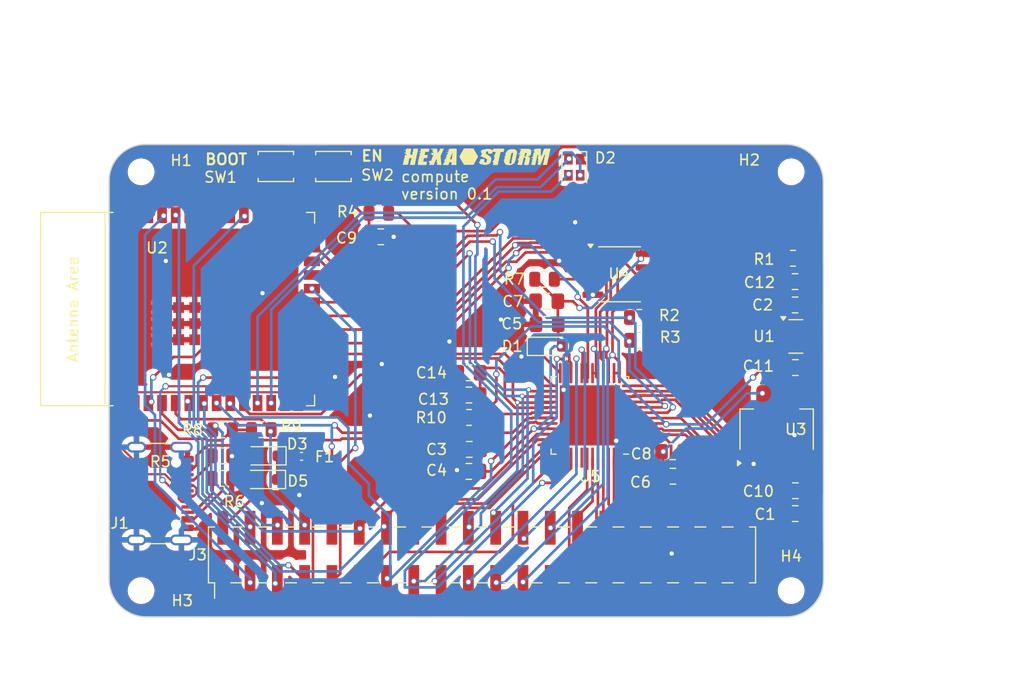
<source format=kicad_pcb>
(kicad_pcb (version 20240108) (generator "pcbnew") (generator_version "8.0")
  (title_block (title "Firestarter") (date "2020-05-17") (rev "1") (company "Hexastorm"))
  (layers (0 "F.Cu" signal) (31 "B.Cu" signal) (34 "B.Paste" user) (35 "F.Paste" user) (36 "B.SilkS" user "B.Silkscreen") (37 "F.SilkS" user "F.Silkscreen") (38 "B.Mask" user) (39 "F.Mask" user) (44 "Edge.Cuts" user))
  (net 0 "")
  (net 1 "+5V")
  (net 2 "GND")
  (net 3 "+3.3V")
  (net 4 "STEP_ENABLE")
  (net 5 "X_PO")
  (net 6 "Y_PO")
  (net 7 "Z_PO")
  (net 8 "SPI_SI")
  (net 9 "POT_SDA")
  (net 10 "SPI_SS_FPGA")
  (net 11 "POT_SCL")
  (net 12 "SPI_SO")
  (net 13 "SPI_SCK")
  (net 14 "Net-(D1-K)")
  (net 15 "X_DIR")
  (net 16 "X_STEP")
  (net 17 "Y_DIR")
  (net 18 "Y_STEP")
  (net 19 "Z_DIR")
  (net 20 "Z_STEP")
  (net 21 "ESP32_BLUE")
  (net 22 "ESP32_RED")
  (net 23 "CFG_RST")
  (net 25 "FPGAG")
  (net 27 "5Vfuse")
  (net 28 "CFG_DONE")
  (net 30 "Net-(J1-CC2)")
  (net 31 "Net-(J1-CC1)")
  (net 33 "uH")
  (net 34 "wL")
  (net 35 "vL")
  (net 36 "wH")
  (net 37 "IC_HB_PWM1")
  (net 38 "uL")
  (net 39 "IC_HB_PWM2")
  (net 40 "D-")
  (net 41 "D+")
  (net 42 "HALL2")
  (net 43 "vH")
  (net 44 "HALL3")
  (net 45 "HALL1")
  (net 46 "DIGITAL")
  (net 47 "+1V2")
  (net 48 "GPIO14")
  (net 49 "SPI_SS")
  (net 50 "Net-(U2-EN)")
  (net 51 "Net-(U5D-VCCPLL)")
  (net 52 "Net-(D3-A)")
  (net 53 "Net-(D5-A)")
  (net 54 "Net-(U4-~{HOLD})")
  (net 55 "Net-(U4-~{WP})")
  (net 56 "Net-(U2-GPIO0{slash}BOOT)")
  (net 63 "FPGA49")
  (net 65 "FPGA44")
  (net 66 "INDEX_X")
  (net 67 "FPGA3")
  (net 68 "UARX")
  (net 69 "FPGA43")
  (net 70 "FPGA42")
  (net 72 "GPIO46")
  (net 73 "UART")
  (net 74 "FPGA50")
  (net 76 "unconnected-(U2-GPIO3{slash}TOUCH3{slash}ADC1_CH2-Pad15)")
  (footprint "MountingHole:MountingHole_2.2mm_M2" (layer "F.Cu") (at 174 172)
    (property "Reference" "H3")
    (property "Value" "MountingHole")
  )
  (footprint "Package_TO_SOT_SMD:SOT-23" (layer "F.Cu") (at 234.934901 148.33)
    (property "Reference" "U1")
    (property "Value" "MCP1700T-1202ETT")
  )
  (footprint "footprints:LED_Cree-PLCC4_2x2mm_CW" (layer "F.Cu") (at 214.32 132.57 -90)
    (property "Reference" "D2")
    (property "Value" "LED_ABGR")
  )
  (footprint "Button_Switch_SMD:SW_SPST_B3U-1000P" (layer "F.Cu") (at 191.9 132.5)
    (property "Reference" "SW2")
    (property "Value" "SW_Push_Open")
  )
  (footprint "footprints:QFN-48-1EP_7x7mm_P0.5mm_EP5.6x5.6mm" (layer "F.Cu") (at 215.7665 155.682026 180)
    (property "Reference" "U5")
    (property "Value" "ICE40UP5K-SG48ITR-FPGA_Lattice")
  )
  (footprint "Resistor_SMD:R_0805_2012Metric" (layer "F.Cu") (at 185.19 157.01)
    (property "Reference" "R9")
    (property "Value" "10K")
  )
  (footprint "Resistor_SMD:R_0805_2012Metric_Pad1.20x1.40mm_HandSolder" (layer "F.Cu") (at 204.525305 155.875 180)
    (property "Reference" "R10")
    (property "Value" "100")
  )
  (footprint "Capacitor_SMD:C_0805_2012Metric_Pad1.18x1.45mm_HandSolder" (layer "F.Cu") (at 211.7875 147.2 180)
    (property "Reference" "C5")
    (property "Value" "0.1u")
  )
  (footprint "MountingHole:MountingHole_2.2mm_M2" (layer "F.Cu") (at 234.5 172)
    (property "Reference" "H4")
    (property "Value" "MountingHole")
  )
  (footprint "Button_Switch_SMD:SW_SPST_B3U-1000P" (layer "F.Cu") (at 186.54 132.5 180)
    (property "Reference" "SW1")
    (property "Value" "SW_Push_Open")
  )
  (footprint "Capacitor_SMD:C_0805_2012Metric_Pad1.18x1.45mm_HandSolder" (layer "F.Cu") (at 211.75 145.05 180)
    (property "Reference" "C7")
    (property "Value" "4.7u")
  )
  (footprint "Resistor_SMD:R_0805_2012Metric" (layer "F.Cu") (at 181.52 161.55)
    (property "Reference" "R6")
    (property "Value" "5.1K")
  )
  (footprint "Diode_SMD:D_SOD-323_HandSoldering" (layer "F.Cu") (at 185.485 159.449314 180)
    (property "Reference" "D3")
    (property "Value" "D_Schottky")
  )
  (footprint "footprints:ESP32-S3-WROOM-2" (layer "F.Cu") (at 180.4 145.78 90)
    (property "Reference" "U2")
    (property "Value" "ESP32-S3-WROOM-2")
  )
  (footprint "Package_TO_SOT_SMD:SOT-223-3_TabPin2" (layer "F.Cu") (at 233.15 157 90)
    (property "Reference" "U3")
    (property "Value" "LD1117S33TR_SOT223")
  )
  (footprint "Capacitor_SMD:C_0805_2012Metric_Pad1.18x1.45mm_HandSolder" (layer "F.Cu") (at 234.9 162.7 180)
    (property "Reference" "C10")
    (property "Value" "1uF")
  )
  (footprint "Capacitor_SMD:C_0805_2012Metric_Pad1.18x1.45mm_HandSolder" (layer "F.Cu") (at 234.857401 143.2225)
    (property "Reference" "C12")
    (property "Value" "0.1u")
  )
  (footprint "Capacitor_SMD:C_0805_2012Metric_Pad1.18x1.45mm_HandSolder" (layer "F.Cu") (at 234.869901 145.3975)
    (property "Reference" "C2")
    (property "Value" "1uF")
  )
  (footprint "Capacitor_SMD:C_0805_2012Metric_Pad1.18x1.45mm_HandSolder" (layer "F.Cu") (at 223.47 159.07)
    (property "Reference" "C8")
    (property "Value" "4.7u")
  )
  (footprint "Diode_SMD:D_SOD-323_HandSoldering" (layer "F.Cu") (at 211.95 149.25)
    (property "Reference" "D1")
    (property "Value" "D_Schottky")
  )
  (footprint "Capacitor_SMD:C_0805_2012Metric_Pad1.18x1.45mm_HandSolder" (layer "F.Cu") (at 223.5 161.35)
    (property "Reference" "C6")
    (property "Value" "0.1u")
  )
  (footprint "Diode_SMD:D_SOD-323_HandSoldering" (layer "F.Cu") (at 185.435 161.649314 180)
    (property "Reference" "D5")
    (property "Value" "D_Schottky")
  )
  (footprint "Resistor_SMD:R_0805_2012Metric" (layer "F.Cu") (at 196.125 136.85 180)
    (property "Reference" "R4")
    (property "Value" "10K")
  )
  (footprint "Capacitor_SMD:C_0805_2012Metric_Pad1.18x1.45mm_HandSolder" (layer "F.Cu") (at 234.88 164.83 180)
    (property "Reference" "C1")
    (property "Value" "1uF")
  )
  (footprint "footprints:hexastorm" (layer "F.Cu") (at 205.014437 131.444453)
    (property "Reference" "G1" (hide yes))
    (property "Value" "hexastorm" (hide yes))
  )
  (footprint "Resistor_SMD:R_0805_2012Metric" (layer "F.Cu") (at 181.58 157.03 180)
    (property "Reference" "R8")
    (property "Value" "10K")
  )
  (footprint "Fuse:Fuse_0402_1005Metric_Pad0.77x0.64mm_HandSolder" (layer "F.Cu") (at 188.935 159.499314)
    (property "Reference" "F1")
    (property "Value" "Fuse")
  )
  (footprint "Resistor_SMD:R_0805_2012Metric" (layer "F.Cu") (at 234.669901 141.0475 180)
    (property "Reference" "R1")
    (property "Value" "10K")
  )
  (footprint "Resistor_SMD:R_0805_2012Metric" (layer "F.Cu") (at 220.37 146.56 180)
    (property "Reference" "R2")
    (property "Value" "10K")
  )
  (footprint "Capacitor_SMD:C_0805_2012Metric_Pad1.18x1.45mm_HandSolder" (layer "F.Cu") (at 204.515305 151.715)
    (property "Reference" "C14")
    (property "Value" "0.1u")
  )
  (footprint "MountingHole:MountingHole_2.2mm_M2" (layer "F.Cu") (at 174 133)
    (property "Reference" "H1")
    (property "Value" "MountingHole")
  )
  (footprint "Resistor_SMD:R_0805_2012Metric" (layer "F.Cu") (at 211.55 143)
    (property "Reference" "R7")
    (property "Value" "10K")
  )
  (footprint "Resistor_SMD:R_0805_2012Metric" (layer "F.Cu") (at 220.39 148.69)
    (property "Reference" "R3")
    (property "Value" "10K")
  )
  (footprint "Resistor_SMD:R_0805_2012Metric" (layer "F.Cu") (at 181.5325 159.45)
    (property "Reference" "R5")
    (property "Value" "5.1K")
  )
  (footprint "Capacitor_SMD:C_0805_2012Metric_Pad1.18x1.45mm_HandSolder" (layer "F.Cu") (at 204.55 158.85 180)
    (property "Reference" "C3")
    (property "Value" "0.1u")
  )
  (footprint "MountingHole:MountingHole_2.2mm_M2" (layer "F.Cu") (at 234.5 133)
    (property "Reference" "H2")
    (property "Value" "MountingHole")
  )
  (footprint "Capacitor_SMD:C_0805_2012Metric_Pad1.18x1.45mm_HandSolder" (layer "F.Cu") (at 204.517805 153.785)
    (property "Reference" "C13")
    (property "Value" "4.7u")
  )
  (footprint "Connector_PinHeader_2.54mm:PinHeader_2x20_P2.54mm_Vertical_SMD" (layer "F.Cu") (at 205.73 168.675 90)
    (property "Reference" "J3")
    (property "Value" "Conn_02x20_Counter_Clockwise")
  )
  (footprint "Package_SO:SOIC-8_3.9x4.9mm_P1.27mm" (layer "F.Cu") (at 218.53 142.54)
    (property "Reference" "U4")
    (property "Value" "W25X20CLSN")
  )
  (footprint "Capacitor_SMD:C_0805_2012Metric_Pad1.18x1.45mm_HandSolder" (layer "F.Cu") (at 234.892401 151.23)
    (property "Reference" "C11")
    (property "Value" "1uF")
  )
  (footprint "Capacitor_SMD:C_0805_2012Metric_Pad1.18x1.45mm_HandSolder" (layer "F.Cu") (at 196.3125 139.05)
    (property "Reference" "C9")
    (property "Value" "1uF")
  )
  (footprint "footprints:USB_C_Receptacle_GCT_USB4105-xx-A_16P_TopMnt_Horizontal" (layer "F.Cu") (at 174.645 162.96 -90)
    (property "Reference" "J1")
    (property "Value" "USB_C_Receptacle_USB2.0_16P")
  )
  (footprint "Capacitor_SMD:C_0805_2012Metric_Pad1.18x1.45mm_HandSolder" (layer "F.Cu") (at 204.5 160.9 180)
    (property "Reference" "C4")
    (property "Value" "4.7u")
  )
  (gr_arc (start 174.45 174.45) (mid 172.032929 173.417762) (end 171.023092 170.991246) (stroke (width 0.12)) (layer "Edge.Cuts"))
  (gr_arc (start 171.024358 133.828393) (mid 172.031348 131.423509) (end 174.45 130.45) (stroke (width 0.12)) (layer "Edge.Cuts"))
  (gr_line (start 233.95 130.45) (end 174.45 130.45) (stroke (width 0.12)) (layer "Edge.Cuts"))
  (gr_line (start 171.023092 170.991246) (end 171.024358 133.828393) (stroke (width 0.12)) (layer "Edge.Cuts"))
  (gr_line (start 174.45 174.45) (end 233.95 174.45) (stroke (width 0.12)) (layer "Edge.Cuts"))
  (gr_line (start 237.511101 170.950442) (end 237.491516 133.908173) (stroke (width 0.12)) (layer "Edge.Cuts"))
  (gr_arc (start 237.511101 170.950442) (mid 236.464187 173.446782) (end 233.95 174.45) (stroke (width 0.12)) (layer "Edge.Cuts"))
  (gr_arc (start 233.95 130.45) (mid 236.440802 131.441689) (end 237.491516 133.908173) (stroke (width 0.12)) (layer "Edge.Cuts"))
  (gr_text "EN" (at 194.4 132.1 0) (layer "F.SilkS") (effects (font (size 1 1) (thickness 0.2) (bold yes)) (justify left bottom)))
  (gr_text "BOOT" (at 179.86 132.42 0) (layer "F.SilkS") (effects (font (size 1 1) (thickness 0.2) (bold yes)) (justify left bottom)))
  (gr_text "compute\nversion 0.1" (at 198.114437 135.644453 0) (layer "F.SilkS") (effects (font (size 1 1)) (justify left bottom)))
  (segment (start 189.995 162.276814) (end 189.5075 161.789314) (width 0.25) (layer "F.Cu") (net 1))
  (segment (start 230.635 173.05) (end 190.985 173.05) (width 0.25) (layer "F.Cu") (net 1))
  (segment (start 236.8 163.5625) (end 236.8 166.885) (width 0.25) (layer "F.Cu") (net 1))
  (segment (start 235.45 162.2125) (end 235.9375 162.7) (width 0.25) (layer "F.Cu") (net 1))
  (segment (start 189.995 172.06) (end 189.995 162.276814) (width 0.25) (layer "F.Cu") (net 1))
  (segment (start 235.9375 162.7) (end 236.8 163.5625) (width 0.25) (layer "F.Cu") (net 1))
  (segment (start 236.8 166.885) (end 230.635 173.05) (width 0.25) (layer "F.Cu") (net 1))
  (segment (start 190.985 173.05) (end 189.995 172.06) (width 0.25) (layer "F.Cu") (net 1))
  (segment (start 235.45 160.15) (end 235.45 162.2125) (width 0.25) (layer "F.Cu") (net 1))
  (segment (start 189.5075 161.789314) (end 189.5075 159.499314) (width 0.25) (layer "F.Cu") (net 1))
  (segment (start 235.907401 145.3975) (end 236.884901 146.375) (width 0.25) (layer "F.Cu") (net 2))
  (segment (start 236.884901 150.275) (end 235.929901 151.23) (width 0.25) (layer "F.Cu") (net 2))
  (segment (start 236.884901 146.375) (end 236.884901 150.275) (width 0.25) (layer "F.Cu") (net 2))
  (segment (start 182.445 159.247424) (end 182.4625 159.48) (width 0.25) (layer "F.Cu") (net 2))
  (segment (start 203.225555 159.136945) (end 203.5125 158.85) (width 0.25) (layer "F.Cu") (net 2))
  (segment (start 197.0375 138.7375) (end 197.51 139.05) (width 0.25) (layer "F.Cu") (net 2))
  (segment (start 197.51 139.05) (end 197.35 139.05) (width 0.25) (layer "F.Cu") (net 2))
  (segment (start 182.4625 159.48) (end 182.445 159.45) (width 0.25) (layer "F.Cu") (net 2))
  (segment (start 234.3725 148.1725) (end 234.4925 148.2925) (width 0.25) (layer "F.Cu") (net 2))
  (segment (start 234.55 148.35) (end 234.4925 148.2925) (width 0.25) (layer "F.Cu") (net 2))
  (via (at 182.4625 159.48) (size 0.6) (drill 0.4) (layers "F.Cu" "B.Cu") (net 2))
  (via (at 207.49 146.76) (size 0.6) (drill 0.4) (layers "F.Cu" "B.Cu") (net 2))
  (via (at 234.81 157.52) (size 0.6) (drill 0.4) (layers "F.Cu" "B.Cu") (net 2))
  (via (at 197.51 139.05) (size 0.6) (drill 0.4) (layers "F.Cu" "B.Cu") (net 2))
  (via (at 231.01 160.2) (size 0.6) (drill 0.4) (layers "F.Cu" "B.Cu") (net 2))
  (via (at 188.73 163.1) (size 0.6) (drill 0.4) (layers "F.Cu" "B.Cu") (net 2))
  (via (at 176.3 141.3) (size 0.6) (drill 0.4) (layers "F.Cu" "B.Cu") (net 2))
  (via (at 212.91 141.28) (size 0.6) (drill 0.4) (layers "F.Cu" "B.Cu") (net 2))
  (via (at 223.38 168.55) (size 0.6) (drill 0.4) (layers "F.Cu" "B.Cu") (net 2))
  (via (at 176.6 151.9) (size 0.6) (drill 0.4) (layers "F.Cu" "B.Cu") (net 2))
  (via (at 218.225 158.05) (size 0.6) (drill 0.4) (layers "F.Cu" "B.Cu") (net 2))
  (via (at 192.05 152.1) (size 0.6) (drill 0.4) (layers "F.Cu" "B.Cu") (net 2))
  (via (at 202.7 148.8) (size 0.6) (drill 0.4) (layers "F.Cu" "B.Cu") (net 2))
  (via (at 213.325 153.3) (size 0.6) (drill 0.4) (layers "F.Cu" "B.Cu") (net 2))
  (via (at 185.3 144.3) (size 0.6) (drill 0.4) (layers "F.Cu" "B.Cu") (net 2))
  (via (at 203.4 160.775) (size 0.6) (drill 0.4) (layers "F.Cu" "B.Cu") (net 2))
  (via (at 185.24 163.85) (size 0.6) (drill 0.4) (layers "F.Cu" "B.Cu") (net 2))
  (via (at 196.4 150.9) (size 0.6) (drill 0.4) (layers "F.Cu" "B.Cu") (net 2))
  (via (at 216.04 144.45) (size 0.6) (drill 0.4) (layers "F.Cu" "B.Cu") (net 2))
  (via (at 209.4 150.2) (size 0.6) (drill 0.4) (layers "F.Cu" "B.Cu") (net 2))
  (via (at 195.3 155.7) (size 0.6) (drill 0.4) (layers "F.Cu" "B.Cu") (net 2))
  (via (at 214.4 137.7) (size 0.6) (drill 0.4) (layers "F.Cu" "B.Cu") (net 2))
  (segment (start 210.92804 148.67196) (end 209.4 150.2) (width 0.25) (layer "B.Cu") (net 2))
  (segment (start 213.6 149.85) (end 213.6 148.87196) (width 0.25) (layer "B.Cu") (net 2))
  (segment (start 213.325 153.3) (end 213.325 150.125) (width 0.25) (layer "B.Cu") (net 2))
  (segment (start 213.325 150.125) (end 213.6 149.85) (width 0.25) (layer "B.Cu") (net 2))
  (segment (start 213.4 148.67196) (end 210.92804 148.67196) (width 0.25) (layer "B.Cu") (net 2))
  (segment (start 213.6 148.87196) (end 213.4 148.67196) (width 0.25) (layer "B.Cu") (net 2))
  (segment (start 234.607401 140.0725) (end 235.582401 141.0475) (width 0.25) (layer "F.Cu") (net 3))
  (segment (start 221.2825 146.56) (end 221.2825 145.8675) (width 0.25) (layer "F.Cu") (net 3))
  (segment (start 221.3025 148.69) (end 221.3025 148.69) (width 0.25) (layer "F.Cu") (net 3))
  (segment (start 215.74601 132.744663) (end 215.525 132.523653) (width 0.25) (layer "F.Cu") (net 3))
  (segment (start 204.5875 157.85) (end 205.5875 158.85) (width 0.25) (layer "F.Cu") (net 3))
  (segment (start 232.287401 141.69) (end 233.819901 143.2225) (width 0.25) (layer "F.Cu") (net 3))
  (segment (start 223 142.84) (end 224.15 141.69) (width 0.25) (layer "F.Cu") (net 3))
  (segment (start 181.5175 158.005) (end 182.4925 157.03) (width 0.25) (layer "F.Cu") (net 3))
  (segment (start 221.2825 148.67) (end 221.3 148.6875) (width 0.25) (layer "F.Cu") (net 3))
  (segment (start 174.03 156.15) (end 175.8 156.15) (width 0.25) (layer "F.Cu") (net 3))
  (segment (start 212.825 149.04696) (end 213.025 149.24696) (width 0.25) (layer "F.Cu") (net 3))
  (segment (start 220.957727 140.682273) (end 220.937727 140.682273) (width 0.25) (layer "F.Cu") (net 3))
  (segment (start 222.4625 159.05) (end 222.6 159.05) (width 0.25) (layer "F.Cu") (net 3))
  (segment (start 223.334901 140.0725) (end 234.607401 140.0725) (width 0.25) (layer "F.Cu") (net 3))
  (segment (start 210.559678 156.932026) (end 211.829 156.932026) (width 0.25) (layer "F.Cu") (net 3))
  (segment (start 177.515 157.865) (end 179.97 157.865) (width 0.25) (layer "F.Cu") (net 3))
  (segment (start 235.067401 151.932599) (end 235.067401 149.135) (width 0.25) (layer "F.Cu") (net 3))
  (segment (start 233.15 153.85) (end 233.15 160.15) (width 0.25) (layer "F.Cu") (net 3))
  (segment (start 221.01 140.63) (end 220.957727 140.682273) (width 0.25) (layer "F.Cu") (net 3))
  (segment (start 221.3 148.69) (end 221.3025 148.69) (width 0.25) (layer "F.Cu") (net 3))
  (segment (start 173.41 154.53) (end 173.41 155.53) (width 0.25) (layer "F.Cu") (net 3))
  (segment (start 214.0165 150.804673) (end 213.85 150.638173) (width 0.25) (layer "F.Cu") (net 3))
  (segment (start 235.009901 146.575) (end 235.009901 147.4675) (width 0.25) (layer "F.Cu") (net 3))
  (segment (start 223 144.15) (end 223 142.84) (width 0.25) (layer "F.Cu") (net 3))
  (segment (start 212.7875 147.1625) (end 212.825 147.2) (width 0.25) (layer "F.Cu") (net 3))
  (segment (start 215.525 132.35) (end 214.85 131.675) (width 0.25) (layer "F.Cu") (net 3))
  (segment (start 214.0165 151.51) (end 214.0165 151.36) (width 0.25) (layer "F.Cu") (net 3))
  (segment (start 192.684314 157.85) (end 204.5875 157.85) (width 0.25) (layer "F.Cu") (net 3))
  (segment (start 219.704 158.432026) (end 221.844526 158.432026) (width 0.25) (layer "F.Cu") (net 3))
  (segment (start 208.668174 136.381826) (end 219.318174 136.381826) (width 0.25) (layer "F.Cu") (net 3))
  (segment (start 214.0165 151.744526) (end 214.0165 150.804673) (width 0.25) (layer "F.Cu") (net 3))
  (segment (start 233.15 153.85) (end 232.925 153.625) (width 0.25) (layer "F.Cu") (net 3))
  (segment (start 233.832401 145.3975) (end 235.009901 146.575) (width 0.25) (layer "F.Cu") (net 3))
  (segment (start 210.54661 156.925685) (end 206.572295 160.9) (width 0.25) (layer "F.Cu") (net 3))
  (segment (start 215.525 132.523653) (end 215.525 132.35) (width 0.25) (layer "F.Cu") (net 3))
  (segment (start 210.7375 143) (end 212.7875 145.05) (width 0.25) (layer "F.Cu") (net 3))
  (segment (start 210.553337 156.925685) (end 210.54661 156.925685) (width 0.25) (layer "F.Cu") (net 3))
  (segment (start 220.525227 141.094773) (end 220.525227 137.58888) (width 0.25) (layer "F.Cu") (net 3))
  (segment (start 212.7875 145.05) (end 214.19 145.05) (width 0.25) (layer "F.Cu") (net 3))
  (segment (start 213.85 149.987225) (end 213.074801 149.212026) (width 0.25) (layer "F.Cu") (net 3))
  (segment (start 215.74601 132.809663) (end 215.74601 132.744663) (width 0.25) (layer "F.Cu") (net 3))
  (segment (start 214.87 131.47) (end 214.87 131.82) (width 0.25) (layer "F.Cu") (net 3))
  (segment (start 221.2825 146.56) (end 221.2825 148.67) (width 0.25) (layer "F.Cu") (net 3))
  (segment (start 214.0165 152.244526) (end 214.0165 151.51) (width 0.25) (layer "F.Cu") (net 3))
  (segment (start 234.725 161.725) (end 234.725 163.5875) (width 0.25) (layer "F.Cu") (net 3))
  (segment (start 221.005 140.635) (end 222.772401 140.635) (width 0.25) (layer "F.Cu") (net 3))
  (segment (start 221.005 140.635) (end 220.957727 140.682273) (width 0.25) (layer "F.Cu") (net 3))
  (segment (start 212.7875 145.05) (end 212.7875 147.1625) (width 0.25) (layer "F.Cu") (net 3))
  (segment (start 210.6375 143) (end 210.7375 143) (width 0.25) (layer "F.Cu") (net 3))
  (segment (start 205.5375 158.9) (end 205.5875 158.85) (width 0.25) (layer "F.Cu") (net 3))
  (segment (start 224.15 141.69) (end 232.287401 141.69) (width 0.25) (layer "F.Cu") (net 3))
  (segment (start 197.0375 136.85) (end 197.91 136.85) (width 0.25) (layer "F.Cu") (net 3))
  (segment (start 197.91 136.85) (end 199.58 138.52) (width 0.25) (layer "F.Cu") (net 3))
  (segment (start 199.58 138.52) (end 206.53 138.52) (width 0.25) (layer "F.Cu") (net 3))
  (segment (start 214.19 145.05) (end 214.81 145.67) (width 0.25) (layer "F.Cu") (net 3))
  (segment (start 206.53 138.52) (end 208.668174 136.381826) (width 0.25) (layer "F.Cu") (net 3))
  (segment (start 233.819901 143.2225) (end 235.582401 141.46) (width 0.25) (layer "F.Cu") (net 3))
  (segment (start 221.2825 145.8675) (end 223 144.15) (width 0.25) (layer "F.Cu") (net 3))
  (segment (start 221.3 148.6875) (end 221.3 148.69) (width 0.25) (layer "F.Cu") (net 3))
  (segment (start 235.009901 147.4675) (end 235.872401 148.33) (width 0.25) (layer "F.Cu") (net 3))
  (segment (start 179.97 157.865) (end 180.11 158.005) (width 0.25) (layer "F.Cu") (net 3))
  (segment (start 192.549314 157.985) (end 192.684314 157.85) (width 0.25) (layer "F.Cu") (net 3))
  (segment (start 233.15 160.15) (end 234.725 161.725) (width 0.25) (layer "F.Cu") (net 3))
  (segment (start 221.19 140.82) (end 221.005 140.635) (width 0.25) (layer "F.Cu") (net 3))
  (segment (start 184.2775 157.01) (end 185.2525 157.985) (width 0.25) (layer "F.Cu") (net 3))
  (segment (start 233.819901 143.2225) (end 233.819901 145.385) (width 0.25) (layer "F.Cu") (net 3))
  (segment (start 235.067401 149.135) (end 235.872401 148.33) (width 0.25) (layer "F.Cu") (net 3))
  (segment (start 175.8 156.15) (end 177.515 157.865) (width 0.25) (layer "F.Cu") (net 3))
  (segment (start 219.318174 136.381826) (end 215.74601 132.809663) (width 0.25) (layer "F.Cu") (net 3))
  (segment (start 173.41 155.53) (end 174.03 156.15) (width 0.25) (layer "F.Cu") (net 3))
  (segment (start 211.037974 156.932026) (end 212.329 156.932026) (width 0.25) (layer "F.Cu") (net 3))
  (segment (start 182.4925 157.03) (end 184.2575 157.03) (width 0.25) (layer "F.Cu") (net 3))
  (segment (start 185.2525 157.985) (end 192.549314 157.985) (width 0.25) (layer "F.Cu") (net 3))
  (segment (start 213.85 150.638173) (end 213.85 149.987225) (width 0.25) (layer "F.Cu") (net 3))
  (segment (start 212.825 147.2) (end 212.825 149.04696) (width 0.25) (layer "F.Cu") (net 3))
  (segment (start 205.5375 160.9) (end 205.5375 158.9) (width 0.25) (layer "F.Cu") (net 3))
  (segment (start 234.725 163.5875) (end 235.9375 164.8) (width 0.25) (layer "F.Cu") (net 3))
  (segment (start 184.2575 157.03) (end 184.2775 157.01) (width 0.25) (layer "F.Cu") (net 3))
  (segment (start 232.925 153.625) (end 231.825 153.625) (width 0.25) (layer "F.Cu") (net 3))
  (segment (start 233.15 153.85) (end 235.067401 151.932599) (width 0.25) (layer "F.Cu") (net 3))
  (segment (start 222.772401 140.635) (end 223.334901 140.0725) (width 0.25) (layer "F.Cu") (net 3))
  (segment (start 222.6 159.05) (end 222.4625 161.35) (width 0.25) (layer "F.Cu") (net 3))
  (segment (start 220.525227 137.58888) (end 219.318174 136.381826) (width 0.25) (layer "F.Cu") (net 3))
  (segment (start 210.553337 156.925685) (end 210.559678 156.932026) (width 0.25) (layer "F.Cu") (net 3))
  (segment (start 206.572295 160.9) (end 205.5375 160.9) (width 0.25) (layer "F.Cu") (net 3))
  (segment (start 180.11 158.005) (end 181.5175 158.005) (width 0.25) (layer "F.Cu") (net 3))
  (segment (start 221.844526 158.432026) (end 222.4625 159.05) (width 0.25) (layer "F.Cu") (net 3))
  (via (at 213.025 149.24696) (size 0.6) (drill 0.4) (layers "F.Cu" "B.Cu") (net 3))
  (via (at 210.553337 156.925685) (size 0.6) (drill 0.4) (layers "F.Cu" "B.Cu") (net 3))
  (via (at 220.525227 141.094773) (size 0.6) (drill 0.4) (layers "F.Cu" "B.Cu") (net 3))
  (via (at 222.6 159.05) (size 0.6) (drill 0.4) (layers "F.Cu" "B.Cu") (net 3))
  (via (at 231.825 153.625) (size 0.6) (drill 0.4) (layers "F.Cu" "B.Cu") (net 3))
  (via (at 214.81 145.67) (size 0.6) (drill 0.4) (layers "F.Cu" "B.Cu") (net 3))
  (segment (start 227.15 156.91292) (end 227.15 156.85) (width 0.25) (layer "B.Cu") (net 3))
  (segment (start 220.525227 141.094773) (end 215.95 145.67) (width 0.25) (layer "B.Cu") (net 3))
  (segment (start 215.95 145.67) (end 214.81 145.67) (width 0.25) (layer "B.Cu") (net 3))
  (segment (start 227.15 156.85) (end 230.375 153.625) (width 0.25) (layer "B.Cu") (net 3))
  (segment (start 212.123688 149.573688) (end 212.450416 149.24696) (width 0.25) (layer "B.Cu") (net 3))
  (segment (start 212.2 155.65) (end 212.2 155.4) (width 0.25) (layer "B.Cu") (net 3))
  (segment (start 210.924315 156.925685) (end 212.2 155.65) (width 0.25) (layer "B.Cu") (net 3))
  (segment (start 212.450416 149.24696) (end 213.025 149.24696) (width 0.25) (layer "B.Cu") (net 3))
  (segment (start 224.73708 156.91292) (end 227.15 156.91292) (width 0.25) (layer "B.Cu") (net 3))
  (segment (start 212.123688 155.323688) (end 212.123688 149.573688) (width 0.25) (layer "B.Cu") (net 3))
  (segment (start 212.2 155.4) (end 212.123688 155.323688) (width 0.25) (layer "B.Cu") (net 3))
  (segment (start 230.375 153.625) (end 231.825 153.625) (width 0.25) (layer "B.Cu") (net 3))
  (segment (start 222.6 159.05) (end 224.73708 156.91292) (width 0.25) (layer "B.Cu") (net 3))
  (segment (start 210.553337 156.925685) (end 210.924315 156.925685) (width 0.25) (layer "B.Cu") (net 3))
  (segment (start 187.801587 169.638413) (end 187.713413 169.638413) (width 0.25) (layer "F.Cu") (net 4))
  (segment (start 189.035 170.871826) (end 187.801587 169.638413) (width 0.25) (layer "F.Cu") (net 4))
  (segment (start 189.035 170.75599) (end 189.035 170.871826) (width 0.25) (layer "F.Cu") (net 4))
  (segment (start 189.035 170.755991) (end 189.035 170.871826) (width 0.25) (layer "F.Cu") (net 4))
  (via (at 187.713413 169.638413) (size 0.6) (drill 0.4) (layers "F.Cu" "B.Cu") (net 4))
  (via (at 183.63 137.13) (size 0.6) (drill 0.4) (layers "F.Cu" "B.Cu") (net 4))
  (segment (start 186.92024 169.638413) (end 180.12 162.838172) (width 0.25) (layer "B.Cu") (net 4))
  (segment (start 183.52 137.13) (end 183.63 137.13) (width 0.25) (layer "B.Cu") (net 4))
  (segment (start 180.12 162.838172) (end 180.12 157.828629) (width 0.25) (layer "B.Cu") (net 4))
  (segment (start 178.91 156.23) (end 178.91 141.74) (width 0.25) (layer "B.Cu") (net 4))
  (segment (start 178.91 156.618629) (end 178.91 156.23) (width 0.25) (layer "B.Cu") (net 4))
  (segment (start 183.63 137.13) (end 183.63 137.02) (width 0.25) (layer "B.Cu") (net 4))
  (segment (start 187.713413 169.638413) (end 186.92024 169.638413) (width 0.25) (layer "B.Cu") (net 4))
  (segment (start 180.12 157.828629) (end 178.91 156.618629) (width 0.25) (layer "B.Cu") (net 4))
  (segment (start 178.91 141.74) (end 183.52 137.13) (width 0.25) (layer "B.Cu") (net 4))
  (segment (start 183.63 137.02) (end 183.6 137.05) (width 0.25) (layer "B.Cu") (net 4))
  (segment (start 213.845 169.435) (end 213.845 164.3) (width 0.25) (layer "F.Cu") (net 5))
  (segment (start 213.845 164.3) (end 215.5165 162.6285) (width 0.25) (layer "F.Cu") (net 5))
  (segment (start 215.5165 162.6285) (end 215.5165 159.619526) (width 0.25) (layer "F.Cu") (net 5))
  (segment (start 212.08 171.2) (end 213.845 169.435) (width 0.25) (layer "F.Cu") (net 5))
  (segment (start 214.5165 151.744526) (end 214.5165 150.4) (width 0.25) (layer "F.Cu") (net 6))
  (via (at 204.460024 171.199988) (size 0.6) (drill 0.4) (layers "F.Cu" "B.Cu") (net 6))
  (via (at 214.5165 150.4) (size 0.6) (drill 0.4) (layers "F.Cu" "B.Cu") (net 6))
  (segment (start 214.5165 161.143512) (end 214.5165 150.4) (width 0.25) (layer "B.Cu") (net 6))
  (segment (start 204.460024 171.199988) (end 214.5165 161.143512) (width 0.25) (layer "B.Cu") (net 6))
  (segment (start 213.114554 150.418413) (end 212.698688 150.418413) (width 0.25) (layer "F.Cu") (net 7))
  (segment (start 213.5165 152.244526) (end 213.5165 151.425686) (width 0.25) (layer "F.Cu") (net 7))
  (segment (start 213.45 151.678026) (end 213.45 150.753859) (width 0.25) (layer "F.Cu") (net 7))
  (segment (start 213.5165 151.744526) (end 213.45 151.678026) (width 0.25) (layer "F.Cu") (net 7))
  (segment (start 213.45 150.753859) (end 213.114554 150.418413) (width 0.25) (layer "F.Cu") (net 7))
  (via (at 212.698688 150.418413) (size 0.6) (drill 0.4) (layers "F.Cu" "B.Cu") (net 7))
  (via (at 201.337606 171.125) (size 0.6) (drill 0.4) (layers "F.Cu" "B.Cu") (net 7))
  (segment (start 201.361826 171.125) (end 201.337606 171.125) (width 0.25) (layer "B.Cu") (net 7))
  (segment (start 212.698688 150.418413) (end 212.681587 150.435514) (width 0.25) (layer "B.Cu") (net 7))
  (segment (start 212.681587 150.435514) (end 212.681587 155.85) (width 0.25) (layer "B.Cu") (net 7))
  (segment (start 210.493413 158.038174) (end 210.493413 161.993413) (width 0.25) (layer "B.Cu") (net 7))
  (segment (start 212.681587 155.85) (end 210.493413 158.038174) (width 0.25) (layer "B.Cu") (net 7))
  (segment (start 210.493413 161.993413) (end 201.361826 171.125) (width 0.25) (layer "B.Cu") (net 7))
  (segment (start 216.0165 151.744526) (end 216.5165 151.744526) (width 0.25) (layer "F.Cu") (net 8))
  (segment (start 217.305 142.180001) (end 217.305 144.785) (width 0.25) (layer "F.Cu") (net 8))
  (segment (start 201.605 147.685) (end 189.9 147.685) (width 0.25) (layer "F.Cu") (net 8))
  (segment (start 216.225 141.905) (end 217.029999 141.905) (width 0.25) (layer "F.Cu") (net 8))
  (segment (start 216.325 149.876046) (end 216.325 149.65488) (width 0.25) (layer "F.Cu") (net 8))
  (segment (start 216.5165 152.244526) (end 216.35 152.078026) (width 0.25) (layer "F.Cu") (net 8))
  (segment (start 206.01 143.31) (end 201.62 147.7) (width 0.25) (layer "F.Cu") (net 8))
  (segment (start 217.029999 141.905) (end 217.305 142.180001) (width 0.25) (layer "F.Cu") (net 8))
  (segment (start 206.026827 143.31) (end 207.961827 141.375) (width 0.25) (layer "F.Cu") (net 8))
  (segment (start 216.35 149.901046) (end 216.325 149.876046) (width 0.25) (layer "F.Cu") (net 8))
  (segment (start 207.961827 141.375) (end 208.925 141.375) (width 0.25) (layer "F.Cu") (net 8))
  (segment (start 216.325 145.765) (end 216.325 149.30488) (width 0.25) (layer "F.Cu") (net 8))
  (segment (start 216.325 149.30488) (end 216.15 149.47988) (width 0.25) (layer "F.Cu") (net 8))
  (segment (start 216.055 141.905) (end 216.175 141.905) (width 0.25) (layer "F.Cu") (net 8))
  (segment (start 216.325 149.65488) (end 216.15 149.47988) (width 0.25) (layer "F.Cu") (net 8))
  (segment (start 213.675001 140.5) (end 215.080001 141.905) (width 0.25) (layer "F.Cu") (net 8))
  (segment (start 217.305 144.785) (end 216.325 145.765) (width 0.25) (layer "F.Cu") (net 8))
  (segment (start 215.080001 141.905) (end 216.055 141.905) (width 0.25) (layer "F.Cu") (net 8))
  (segment (start 216.175 141.905) (end 216.2 141.88) (width 0.25) (layer "F.Cu") (net 8))
  (segment (start 208.925 141.375) (end 209.8 140.5) (width 0.25) (layer "F.Cu") (net 8))
  (segment (start 216.2 141.88) (end 216.225 141.905) (width 0.25) (layer "F.Cu") (net 8))
  (segment (start 206.026827 143.31) (end 206.01 143.31) (width 0.25) (layer "F.Cu") (net 8))
  (segment (start 216.35 152.078026) (end 216.35 149.901046) (width 0.25) (layer "F.Cu") (net 8))
  (segment (start 201.62 147.7) (end 201.605 147.685) (width 0.25) (layer "F.Cu") (net 8))
  (segment (start 209.8 140.5) (end 213.675001 140.5) (width 0.25) (layer "F.Cu") (net 8))
  (via (at 216.15 149.47988) (size 0.6) (drill 0.4) (layers "F.Cu" "B.Cu") (net 8))
  (via (at 212.105913 166.155913) (size 0.6) (drill 0.4) (layers "F.Cu" "B.Cu") (net 8))
  (segment (start 212.105913 166.155913) (end 212.194087 166.155913) (width 0.25) (layer "B.Cu") (net 8))
  (segment (start 212.194087 166.155913) (end 216.525 161.825) (width 0.25) (layer "B.Cu") (net 8))
  (segment (start 212.105913 166.244087) (end 212.105913 166.155913) (width 0.25) (layer "B.Cu") (net 8))
  (segment (start 216.525 161.825) (end 216.525 149.85488) (width 0.25) (layer "B.Cu") (net 8))
  (segment (start 212.1 166.25) (end 212.105913 166.244087) (width 0.25) (layer "B.Cu") (net 8))
  (segment (start 216.525 149.85488) (end 216.15 149.47988) (width 0.25) (layer "B.Cu") (net 8))
  (segment (start 175.95 155.53) (end 177.45 157.03) (width 0.25) (layer "F.Cu") (net 9))
  (segment (start 177.45 157.03) (end 180.6675 157.03) (width 0.25) (layer "F.Cu") (net 9))
  (segment (start 175.95 154.53) (end 175.95 155.53) (width 0.25) (layer "F.Cu") (net 9))
  (via (at 180.92 156.64) (size 0.6) (drill 0.4) (layers "F.Cu" "B.Cu") (net 9))
  (via (at 186.7 165.905) (size 0.6) (drill 0.4) (layers "F.Cu" "B.Cu") (net 9))
  (segment (start 185.465 165.905) (end 186.7 165.905) (width 0.25) (layer "B.Cu") (net 9))
  (segment (start 186.7 166.05) (end 186.7 165.905) (width 0.25) (layer "B.Cu") (net 9))
  (segment (start 186.72 166.07) (end 186.7 166.05) (width 0.25) (layer "B.Cu") (net 9))
  (segment (start 180.92 156.64) (end 181.58 157.3) (width 0.25) (layer "B.Cu") (net 9))
  (segment (start 181.58 162.02) (end 185.465 165.905) (width 0.25) (layer "B.Cu") (net 9))
  (segment (start 181.58 157.3) (end 181.58 162.02) (width 0.25) (layer "B.Cu") (net 9))
  (segment (start 212.329 152.932026) (end 211.105171 151.708197) (width 0.25) (layer "F.Cu") (net 10))
  (segment (start 209.622511 151.708197) (end 207.876773 149.962459) (width 0.25) (layer "F.Cu") (net 10))
  (segment (start 190.162541 149.962459) (end 189.9 150.225) (width 0.25) (layer "F.Cu") (net 10))
  (segment (start 211.105171 151.708197) (end 209.622511 151.708197) (width 0.25) (layer "F.Cu") (net 10))
  (segment (start 207.876773 149.962459) (end 190.162541 149.962459) (width 0.25) (layer "F.Cu") (net 10))
  (segment (start 185.1275 156.035) (end 186.1025 157.01) (width 0.25) (layer "F.Cu") (net 11))
  (segment (start 177.22 154.53) (end 177.22 155.53) (width 0.25) (layer "F.Cu") (net 11))
  (segment (start 177.725 156.035) (end 185.1275 156.035) (width 0.25) (layer "F.Cu") (net 11))
  (segment (start 177.22 155.53) (end 177.725 156.035) (width 0.25) (layer "F.Cu") (net 11))
  (via (at 189.219991 165.905) (size 0.6) (drill 0.4) (layers "F.Cu" "B.Cu") (net 11))
  (via (at 186.05 157.175) (size 0.6) (drill 0.4) (layers "F.Cu" "B.Cu") (net 11))
  (segment (start 189.219991 165.905) (end 186.05 162.735009) (width 0.25) (layer "B.Cu") (net 11))
  (segment (start 186.05 162.735009) (end 186.05 157.175) (width 0.25) (layer "B.Cu") (net 11))
  (segment (start 202.675 145.145) (end 189.9 145.145) (width 0.25) (layer "F.Cu") (net 12))
  (segment (start 206.661548 141.171548) (end 206.586548 141.246548) (width 0.25) (layer "F.Cu") (net 12))
  (segment (start 208.633094 139.200003) (end 206.661548 141.171548) (width 0.25) (layer "F.Cu") (net 12))
  (segment (start 219.755 142.189118) (end 216.765885 139.200003) (width 0.25) (layer "F.Cu") (net 12))
  (segment (start 218.5165 151.744526) (end 218.5165 150.704656) (width 0.25) (layer "F.Cu") (net 12))
  (segment (start 206.586548 141.246548) (end 206.573452 141.246548) (width 0.25) (layer "F.Cu") (net 12))
  (segment (start 217.875 146.065) (end 219.495 144.445) (width 0.25) (layer "F.Cu") (net 12))
  (segment (start 221.005 144.445) (end 221.979999 144.445) (width 0.25) (layer "F.Cu") (net 12))
  (segment (start 219.755 142.235196) (end 219.755 142.189118) (width 0.25) (layer "F.Cu") (net 12))
  (segment (start 220.119804 142.6) (end 219.755 142.235196) (width 0.25) (layer "F.Cu") (net 12))
  (segment (start 217.875 150.063156) (end 217.875 146.065) (width 0.25) (layer "F.Cu") (net 12))
  (segment (start 222.010196 142.6) (end 220.119804 142.6) (width 0.25) (layer "F.Cu") (net 12))
  (segment (start 219.495 144.445) (end 221.005 144.445) (width 0.25) (layer "F.Cu") (net 12))
  (segment (start 222.255 144.169999) (end 222.255 142.844804) (width 0.25) (layer "F.Cu") (net 12))
  (segment (start 221.979999 144.445) (end 222.255 144.169999) (width 0.25) (layer "F.Cu") (net 12))
  (segment (start 218.0165 151.744526) (end 218.5165 151.744526) (width 0.25) (layer "F.Cu") (net 12))
  (segment (start 206.573452 141.246548) (end 202.675 145.145) (width 0.25) (layer "F.Cu") (net 12))
  (segment (start 216.765885 139.200003) (end 208.633094 139.200003) (width 0.25) (layer "F.Cu") (net 12))
  (segment (start 222.255 142.844804) (end 222.010196 142.6) (width 0.25) (layer "F.Cu") (net 12))
  (segment (start 218.5165 150.704656) (end 217.875 150.063156) (width 0.25) (layer "F.Cu") (net 12))
  (via (at 209.55 171.2) (size 0.6) (drill 0.4) (layers "F.Cu" "B.Cu") (net 12))
  (via (at 217.875 150.063156) (size 0.6) (drill 0.4) (layers "F.Cu" "B.Cu") (net 12))
  (segment (start 209.55 171.2) (end 217.425 163.325) (width 0.25) (layer "B.Cu") (net 12))
  (segment (start 217.425 163.325) (end 217.425 150.513156) (width 0.25) (layer "B.Cu") (net 12))
  (segment (start 217.425 150.513156) (end 217.875 150.063156) (width 0.25) (layer "B.Cu") (net 12))
  (segment (start 215.579628 149.722681) (end 215.579628 152.181398) (width 0.25) (layer "F.Cu") (net 13))
  (segment (start 217.361108 145.984578) (end 217.361108 149.411079) (width 0.25) (layer "F.Cu") (net 13))
  (segment (start 220.170686 143.175) (end 221.005 143.175) (width 0.25) (layer "F.Cu") (net 13))
  (segment (start 215.579628 152.181398) (end 215.5165 152.244526) (width 0.25) (layer "F.Cu") (net 13))
  (segment (start 214.441372 139.63) (end 210.911372 139.63) (width 0.25) (layer "F.Cu") (net 13))
  (segment (start 210.881372 139.6) (end 210.218628 139.6) (width 0.25) (layer "F.Cu") (net 13))
  (segment (start 208.671127 140.002526) (end 208.768615 140.002526) (width 0.25) (layer "F.Cu") (net 13))
  (segment (start 218.352843 141.352647) (end 216.810196 139.81) (width 0.25) (layer "F.Cu") (net 13))
  (segment (start 217.361108 149.411079) (end 217.3 149.472187) (width 0.25) (layer "F.Cu") (net 13))
  (segment (start 217.3 150.301329) (end 217.3 149.824983) (width 0.25) (layer "F.Cu") (net 13))
  (segment (start 208.812469 139.958672) (end 208.812469 139.833801) (width 0.25) (layer "F.Cu") (net 13))
  (segment (start 189.9 146.415) (end 202.255 146.415) (width 0.25) (layer "F.Cu") (net 13))
  (segment (start 208.768615 140.002526) (end 208.812469 139.958672) (width 0.25) (layer "F.Cu") (net 13))
  (segment (start 206.321827 142.351827) (end 208.671127 140.002526) (width 0.25) (layer "F.Cu") (net 13))
  (segment (start 217.3 149.824983) (end 217.475 149.649983) (width 0.25) (layer "F.Cu") (net 13))
  (segment (start 214.632144 144.653644) (end 215.575 145.5965) (width 0.25) (layer "F.Cu") (net 13))
  (segment (start 202.255 146.415) (end 205.905 142.765) (width 0.25) (layer "F.Cu") (net 13))
  (segment (start 218.352843 144.992843) (end 218.352843 141.352647) (width 0.25) (layer "F.Cu") (net 13))
  (segment (start 214.632144 144.653644) (end 214.805 144.653644) (width 0.25) (layer "F.Cu") (net 13))
  (segment (start 218.352843 144.992843) (end 217.361108 145.984578) (width 0.25) (layer "F.Cu") (net 13))
  (segment (start 217.475 149.649983) (end 217.475 149.647187) (width 0.25) (layer "F.Cu") (net 13))
  (segment (start 205.908654 142.765) (end 206.321827 142.351827) (width 0.25) (layer "F.Cu") (net 13))
  (segment (start 215.575 149.718053) (end 215.579628 149.722681) (width 0.25) (layer "F.Cu") (net 13))
  (segment (start 209.01627 139.63) (end 208.812469 139.833801) (width 0.25) (layer "F.Cu") (net 13))
  (segment (start 210.218628 139.6) (end 210.188629 139.63) (width 0.25) (layer "F.Cu") (net 13))
  (segment (start 214.621371 139.81) (end 214.441372 139.63) (width 0.25) (layer "F.Cu") (net 13))
  (segment (start 218.352843 144.992843) (end 220.170686 143.175) (width 0.25) (layer "F.Cu") (net 13))
  (segment (start 217.475 149.647187) (end 217.3 149.472187) (width 0.25) (layer "F.Cu") (net 13))
  (segment (start 217.5165 150.517829) (end 217.3 150.301329) (width 0.25) (layer "F.Cu") (net 13))
  (segment (start 215.575 145.5965) (end 215.575 149.718053) (width 0.25) (layer "F.Cu") (net 13))
  (segment (start 216.810196 139.81) (end 214.621371 139.81) (width 0.25) (layer "F.Cu") (net 13))
  (segment (start 210.188629 139.63) (end 209.01627 139.63) (width 0.25) (layer "F.Cu") (net 13))
  (segment (start 210.911372 139.63) (end 210.881372 139.6) (width 0.25) (layer "F.Cu") (net 13))
  (segment (start 217.5165 151.744526) (end 217.5165 150.517829) (width 0.25) (layer "F.Cu") (net 13))
  (segment (start 206.078653 142.595) (end 206.321827 142.351827) (width 0.25) (layer "F.Cu") (net 13))
  (segment (start 205.905 142.765) (end 205.908654 142.765) (width 0.25) (layer "F.Cu") (net 13))
  (via (at 207.05 171.25) (size 0.6) (drill 0.4) (layers "F.Cu" "B.Cu") (net 13))
  (via (at 208.812469 139.833801) (size 0.6) (drill 0.4) (layers "F.Cu" "B.Cu") (net 13))
  (via (at 214.632144 144.653644) (size 0.6) (drill 0.4) (layers "F.Cu" "B.Cu") (net 13))
  (via (at 217.3 149.472187) (size 0.6) (drill 0.4) (layers "F.Cu" "B.Cu") (net 13))
  (segment (start 207.05 171.25) (end 207.824999 171.25) (width 0.25) (layer "B.Cu") (net 13))
  (segment (start 217.025 149.747187) (end 217.3 149.472187) (width 0.25) (layer "B.Cu") (net 13))
  (segment (start 214.632144 144.222144) (end 210.243801 139.833801) (width 0.25) (layer "B.Cu") (net 13))
  (segment (start 207.824999 171.25) (end 217.025 162.049999) (width 0.25) (layer "B.Cu") (net 13))
  (segment (start 210.243801 139.833801) (end 208.812469 139.833801) (width 0.25) (layer "B.Cu") (net 13))
  (segment (start 214.632144 144.653644) (end 214.632144 144.222144) (width 0.25) (layer "B.Cu") (net 13))
  (segment (start 217.025 162.049999) (end 217.025 149.747187) (width 0.25) (layer "B.Cu") (net 13))
  (segment (start 213.0165 151.744526) (end 210.7 149.428026) (width 0.25) (layer "F.Cu") (net 14))
  (segment (start 210.7 149.428026) (end 210.7 149.25) (width 0.25) (layer "F.Cu") (net 14))
  (segment (start 215.0915 149.65967) (end 215 149.56817) (width 0.25) (layer "F.Cu") (net 15))
  (segment (start 215.0915 152.169526) (end 215.0915 149.65967) (width 0.25) (layer "F.Cu") (net 15))
  (segment (start 215.0165 152.244526) (end 215.0915 152.169526) (width 0.25) (layer "F.Cu") (net 15))
  (via (at 215 149.56817) (size 0.6) (drill 0.4) (layers "F.Cu" "B.Cu") (net 15))
  (via (at 209.625 167.15) (size 0.6) (drill 0.4) (layers "F.Cu" "B.Cu") (net 15))
  (segment (start 209.625 167.15) (end 215.3 161.475) (width 0.25) (layer "B.Cu") (net 15))
  (segment (start 215.3 161.475) (end 215.3 149.86817) (width 0.25) (layer "B.Cu") (net 15))
  (segment (start 215.3 149.86817) (end 215 149.56817) (width 0.25) (layer "B.Cu") (net 15))
  (segment (start 192.7 132.9) (end 191.125 131.325) (width 0.25) (layer "F.Cu") (net 16))
  (segment (start 191.125 131.325) (end 187.565 131.325) (width 0.25) (layer "F.Cu") (net 16))
  (segment (start 210.216501 153.432026) (end 210.075 153.290525) (width 0.25) (layer "F.Cu") (net 16))
  (segment (start 187.515 131.675) (end 183.385 135.805) (width 0.25) (layer "F.Cu") (net 16))
  (segment (start 205.295 137.945) (end 203.15 135.8) (width 0.25) (layer "F.Cu") (net 16))
  (segment (start 174.905 135.805) (end 174.68 136.03) (width 0.25) (layer "F.Cu") (net 16))
  (segment (start 187.515 131.375) (end 187.515 131.675) (width 0.25) (layer "F.Cu") (net 16))
  (segment (start 211.829 153.432026) (end 210.216501 153.432026) (width 0.25) (layer "F.Cu") (net 16))
  (segment (start 203.15 135.8) (end 195.05 135.8) (width 0.25) (layer "F.Cu") (net 16))
  (segment (start 187.565 131.325) (end 187.515 131.375) (width 0.25) (layer "F.Cu") (net 16))
  (segment (start 212.329 153.432026) (end 211.573025 153.432026) (width 0.25) (layer "F.Cu") (net 16))
  (segment (start 174.68 136.03) (end 174.68 137.03) (width 0.25) (layer "F.Cu") (net 16))
  (segment (start 192.7 133.45) (end 192.7 132.9) (width 0.25) (layer "F.Cu") (net 16))
  (segment (start 183.385 135.805) (end 174.905 135.805) (width 0.25) (layer "F.Cu") (net 16))
  (segment (start 195.05 135.8) (end 192.7 133.45) (width 0.25) (layer "F.Cu") (net 16))
  (via (at 206.793413 164.743413) (size 0.6) (drill 0.4) (layers "F.Cu" "B.Cu") (net 16))
  (via (at 210.075 153.290525) (size 0.45) (drill 0.3) (layers "F.Cu" "B.Cu") (net 16))
  (via (at 205.295 137.945) (size 0.6) (drill 0.4) (layers "F.Cu" "B.Cu") (net 16))
  (segment (start 210.075 153.290525) (end 207.701897 153.290525) (width 0.25) (layer "B.Cu") (net 16))
  (segment (start 210.075 153.290525) (end 209.966736 153.398789) (width 0.25) (layer "B.Cu") (net 16))
  (segment (start 205.115 150.703628) (end 205.115 140.863173) (width 0.25) (layer "B.Cu") (net 16))
  (segment (start 209.966736 153.398789) (end 209.966736 161.57009) (width 0.25) (layer "B.Cu") (net 16))
  (segment (start 205.115 140.863173) (end 205.295 140.683173) (width 0.25) (layer "B.Cu") (net 16))
  (segment (start 207.701897 153.290525) (end 205.115 150.703628) (width 0.25) (layer "B.Cu") (net 16))
  (segment (start 209.966736 161.57009) (end 206.793413 164.743413) (width 0.25) (layer "B.Cu") (net 16))
  (segment (start 205.295 140.683173) (end 205.295 137.945) (width 0.25) (layer "B.Cu") (net 16))
  (segment (start 211.725941 158.432026) (end 211.829 158.432026) (width 0.25) (layer "F.Cu") (net 17))
  (segment (start 199.38 166.15) (end 201.63 163.9) (width 0.25) (layer "F.Cu") (net 17))
  (segment (start 206.257967 163.9) (end 211.725941 158.432026) (width 0.25) (layer "F.Cu") (net 17))
  (segment (start 212.329 158.432026) (end 211.329346 158.432026) (width 0.25) (layer "F.Cu") (net 17))
  (segment (start 199.38 166.15) (end 199.38 165.499315) (width 0.25) (layer "F.Cu") (net 17))
  (segment (start 201.63 163.9) (end 206.257967 163.9) (width 0.25) (layer "F.Cu") (net 17))
  (segment (start 206.423653 164.3) (end 211.104127 159.619526) (width 0.25) (layer "F.Cu") (net 18))
  (segment (start 203.77 164.3) (end 206.423653 164.3) (width 0.25) (layer "F.Cu") (net 18))
  (segment (start 211.104127 159.619526) (end 213.0165 159.619526) (width 0.25) (layer "F.Cu") (net 18))
  (segment (start 201.92 166.15) (end 203.77 164.3) (width 0.25) (layer "F.Cu") (net 18))
  (segment (start 202.56 142.605) (end 204.575 140.59) (width 0.25) (layer "F.Cu") (net 19))
  (segment (start 212.329 153.932026) (end 209.519112 153.932026) (width 0.25) (layer "F.Cu") (net 19))
  (segment (start 209.519112 153.932026) (end 209.466736 153.87965) (width 0.25) (layer "F.Cu") (net 19))
  (segment (start 189.9 142.605) (end 202.56 142.605) (width 0.25) (layer "F.Cu") (net 19))
  (via (at 204.575 140.59) (size 0.6) (drill 0.4) (layers "F.Cu" "B.Cu") (net 19))
  (via (at 199.375 171.125) (size 0.6) (drill 0.4) (layers "F.Cu" "B.Cu") (net 19))
  (via (at 209.466736 153.87965) (size 0.45) (drill 0.3) (layers "F.Cu" "B.Cu") (net 19))
  (segment (start 200.409314 171.125) (end 199.375 171.125) (width 0.25) (layer "B.Cu") (net 19))
  (segment (start 204.6 140.615) (end 204.575 140.59) (width 0.25) (layer "B.Cu") (net 19))
  (segment (start 205.625 164.811827) (end 205.625 165.909314) (width 0.25) (layer "B.Cu") (net 19))
  (segment (start 205.625 165.909314) (end 200.409314 171.125) (width 0.25) (layer "B.Cu") (net 19))
  (segment (start 207.725336 153.87965) (end 204.6 150.754314) (width 0.25) (layer "B.Cu") (net 19))
  (segment (start 209.525006 153.93792) (end 209.525006 160.911821) (width 0.25) (layer "B.Cu") (net 19))
  (segment (start 204.6 150.754314) (end 204.6 140.615) (width 0.25) (layer "B.Cu") (net 19))
  (segment (start 209.466736 153.87965) (end 207.725336 153.87965) (width 0.25) (layer "B.Cu") (net 19))
  (segment (start 209.466736 153.87965) (end 209.525006 153.93792) (width 0.25) (layer "B.Cu") (net 19))
  (segment (start 209.525006 160.911821) (end 205.625 164.811827) (width 0.25) (layer "B.Cu") (net 19))
  (segment (start 196.84 165.075) (end 196.84 165.800404) (width 0.25) (layer "F.Cu") (net 20))
  (segment (start 196.84 166.15) (end 196.715404 166.025404) (width 0.25) (layer "F.Cu") (net 20))
  (segment (start 210.91247 157.932026) (end 205.344496 163.5) (width 0.25) (layer "F.Cu") (net 20))
  (segment (start 205.344496 163.5) (end 198.415 163.5) (width 0.25) (layer "F.Cu") (net 20))
  (segment (start 212.329 157.932026) (end 211.169346 157.932026) (width 0.25) (layer "F.Cu") (net 20))
  (segment (start 211.829 157.932026) (end 210.91247 157.932026) (width 0.25) (layer "F.Cu") (net 20))
  (segment (start 196.84 165.800404) (end 196.615 166.025404) (width 0.25) (layer "F.Cu") (net 20))
  (segment (start 198.415 163.5) (end 196.84 165.075) (width 0.25) (layer "F.Cu") (net 20))
  (segment (start 196.715404 166.025404) (end 196.615 166.025404) (width 0.25) (layer "F.Cu") (net 20))
  (via (at 178.335 154.363784) (size 0.6) (drill 0.4) (layers "F.Cu" "B.Cu") (net 20))
  (via (at 196.615 166.025404) (size 0.6) (drill 0.4) (layers "F.Cu" "B.Cu") (net 20))
  (segment (start 178.51 156.784314) (end 179.72 157.994314) (width 0.25) (layer "B.Cu") (net 20))
  (segment (start 178.51 154.42) (end 178.51 156.784314) (width 0.25) (layer "B.Cu") (net 20))
  (segment (start 186.929555 170.213413) (end 192.426991 170.213413) (width 0.25) (layer "B.Cu") (net 20))
  (segment (start 179.72 163.003858) (end 186.929555 170.213413) (width 0.25) (layer "B.Cu") (net 20))
  (segment (start 179.72 157.994314) (end 179.72 163.003858) (width 0.25) (layer "B.Cu") (net 20))
  (segment (start 192.426991 170.213413) (end 196.615 166.025404) (width 0.25) (layer "B.Cu") (net 20))
  (segment (start 184.84 154.53) (end 184.84 154.19) (width 0.25) (layer "F.Cu") (net 21))
  (via (at 184.839986 154.530014) (size 0.6) (drill 0.4) (layers "F.Cu" "B.Cu") (net 21))
  (via (at 214.870004 133.319998) (size 0.6) (drill 0.4) (layers "F.Cu" "B.Cu") (net 21))
  (segment (start 206.9925 133.7) (end 210.901783 133.7) (width 0.25) (layer "B.Cu") (net 21))
  (segment (start 194.512157 136.812157) (end 203.880343 136.812157) (width 0.25) (layer "B.Cu") (net 21))
  (segment (start 214.870004 131.999263) (end 214.870004 133.319998) (width 0.25) (layer "B.Cu") (net 21))
  (segment (start 187.98 143.344315) (end 194.412157 136.912157) (width 0.25) (layer "B.Cu") (net 21))
  (segment (start 210.901783 133.7) (end 213.4 131.201783) (width 0.25) (layer "B.Cu") (net 21))
  (segment (start 214.072524 131.201783) (end 214.870004 131.999263) (width 0.25) (layer "B.Cu") (net 21))
  (segment (start 213.4 131.201783) (end 214.072524 131.201783) (width 0.25) (layer "B.Cu") (net 21))
  (segment (start 184.839986 146.484329) (end 187.98 143.344315) (width 0.25) (layer "B.Cu") (net 21))
  (segment (start 194.412157 136.912157) (end 194.512157 136.812157) (width 0.25) (layer "B.Cu") (net 21))
  (segment (start 203.880343 136.812157) (end 206.9925 133.7) (width 0.25) (layer "B.Cu") (net 21))
  (segment (start 184.839986 154.530014) (end 184.839986 146.484329) (width 0.25) (layer "B.Cu") (net 21))
  (via (at 213.834351 131.776783) (size 0.6) (drill 0.4) (layers "F.Cu" "B.Cu") (net 22))
  (via (at 186.110005 154.52999) (size 0.6) (drill 0.4) (layers "F.Cu" "B.Cu") (net 22))
  (segment (start 186.110005 145.831135) (end 194.67057 137.27057) (width 0.25) (layer "B.Cu") (net 22))
  (segment (start 194.67057 137.27057) (end 204.263744 137.27057) (width 0.25) (layer "B.Cu") (net 22))
  (segment (start 204.263744 137.27057) (end 207.105221 134.429093) (width 0.25) (layer "B.Cu") (net 22))
  (segment (start 211.182041 134.429093) (end 213.834351 131.776783) (width 0.25) (layer "B.Cu") (net 22))
  (segment (start 207.105221 134.429093) (end 211.182041 134.429093) (width 0.25) (layer "B.Cu") (net 22))
  (segment (start 186.110005 154.52999) (end 186.110005 145.831135) (width 0.25) (layer "B.Cu") (net 22))
  (segment (start 219.204 154.932026) (end 220.187974 154.932026) (width 0.25) (layer "F.Cu") (net 23))
  (segment (start 190.735 141.335) (end 191.4 142) (width 0.25) (layer "F.Cu") (net 23))
  (segment (start 219.704 154.932026) (end 222.627047 154.932026) (width 0.25) (layer "F.Cu") (net 23))
  (segment (start 204.605 139.495) (end 206.725478 139.495) (width 0.25) (layer "F.Cu") (net 23))
  (segment (start 191.4 142) (end 202.1 142) (width 0.25) (layer "F.Cu") (net 23))
  (segment (start 202.1 142) (end 204.605 139.495) (width 0.25) (layer "F.Cu") (net 23))
  (segment (start 189.9 141.335) (end 190.735 141.335) (width 0.25) (layer "F.Cu") (net 23))
  (segment (start 222.627047 154.932026) (end 222.748664 154.810409) (width 0.25) (layer "F.Cu") (net 23))
  (via (at 206.725478 139.495) (size 0.6) (drill 0.4) (layers "F.Cu" "B.Cu") (net 23))
  (via (at 222.748664 154.810409) (size 0.6) (drill 0.4) (layers "F.Cu" "B.Cu") (net 23))
  (via (at 219.425 148.792037) (size 0.6) (drill 0.4) (layers "F.Cu" "B.Cu") (net 23))
  (segment (start 219.425 148.792037) (end 217.632963 147) (width 0.25) (layer "B.Cu") (net 23))
  (segment (start 210.971139 147) (end 206.9 142.928861) (width 0.25) (layer "B.Cu") (net 23))
  (segment (start 219.45 151.511745) (end 222.748664 154.810409) (width 0.25) (layer "B.Cu") (net 23))
  (segment (start 219.425 148.792037) (end 219.45 148.817037) (width 0.25) (layer "B.Cu") (net 23))
  (segment (start 206.9 142.928861) (end 206.9 139.669522) (width 0.25) (layer "B.Cu") (net 23))
  (segment (start 206.9 139.669522) (end 206.725478 139.495) (width 0.25) (layer "B.Cu") (net 23))
  (segment (start 219.45 148.817037) (end 219.45 151.511745) (width 0.25) (layer "B.Cu") (net 23))
  (segment (start 217.632963 147) (end 210.971139 147) (width 0.25) (layer "B.Cu") (net 23))
  (segment (start 214.0165 160.602128) (end 212.648628 161.97) (width 0.25) (layer "F.Cu") (net 25))
  (segment (start 214.0165 159.119526) (end 214.0165 160.602128) (width 0.25) (layer "F.Cu") (net 25))
  (segment (start 212.648628 161.97) (end 211.33 161.97) (width 0.25) (layer "F.Cu") (net 25))
  (via (at 211.33 161.97) (size 0.6) (drill 0.4) (layers "F.Cu" "B.Cu") (net 25))
  (via (at 213.8 133.2) (size 0.6) (drill 0.4) (layers "F.Cu" "B.Cu") (net 25))
  (segment (start 201.6 171.7) (end 198.55 171.7) (width 0.25) (layer "B.Cu") (net 25))
  (segment (start 198.55 170.15) (end 208.45 160.25) (width 0.25) (layer "B.Cu") (net 25))
  (segment (start 207.270907 134.829093) (end 212.170907 134.829093) (width 0.25) (layer "B.Cu") (net 25))
  (segment (start 211.33 161.97) (end 201.6 171.7) (width 0.25) (layer "B.Cu") (net 25))
  (segment (start 204 150.83) (end 204 141.6) (width 0.25) (layer "B.Cu") (net 25))
  (segment (start 198.55 171.7) (end 198.55 170.15) (width 0.25) (layer "B.Cu") (net 25))
  (segment (start 204 138.1) (end 207.270907 134.829093) (width 0.25) (layer "B.Cu") (net 25))
  (segment (start 204 141.6) (end 204 138.1) (width 0.25) (layer "B.Cu") (net 25))
  (segment (start 208.45 160.25) (end 208.45 155.28) (width 0.25) (layer "B.Cu") (net 25))
  (segment (start 208.45 155.28) (end 204 150.83) (width 0.25) (layer "B.Cu") (net 25))
  (segment (start 212.170907 134.829093) (end 213.8 133.2) (width 0.25) (layer "B.Cu") (net 25))
  (segment (start 186.685 161.649314) (end 186.685 159.499314) (width 0.25) (layer "F.Cu") (net 27))
  (segment (start 186.735 159.449314) (end 188.3125 159.449314) (width 0.25) (layer "F.Cu") (net 27))
  (segment (start 186.685 159.499314) (end 186.735 159.449314) (width 0.25) (layer "F.Cu") (net 27))
  (segment (start 188.3125 159.449314) (end 188.3625 159.499314) (width 0.25) (layer "F.Cu") (net 27))
  (segment (start 204.38 138.96) (end 205.545686 138.96) (width 0.25) (layer "F.Cu") (net 28))
  (segment (start 189.9 140.065) (end 190.365 140.065) (width 0.25) (layer "F.Cu") (net 28))
  (segment (start 205.545686 138.96) (end 205.585686 138.92) (width 0.25) (layer "F.Cu") (net 28))
  (segment (start 190.365 140.065) (end 191.9 141.6) (width 0.25) (layer "F.Cu") (net 28))
  (segment (start 207.09 138.92) (end 207.4 138.61) (width 0.25) (layer "F.Cu") (net 28))
  (segment (start 222.987676 155.432026) (end 223.488948 154.930754) (width 0.25) (layer "F.Cu") (net 28))
  (segment (start 205.585686 138.92) (end 207.09 138.92) (width 0.25) (layer "F.Cu") (net 28))
  (segment (start 219.704 155.432026) (end 222.987676 155.432026) (width 0.25) (layer "F.Cu") (net 28))
  (segment (start 191.9 141.6) (end 201.74 141.6) (width 0.25) (layer "F.Cu") (net 28))
  (segment (start 189.9 140.065) (end 190.003283 139.961717) (width 0.25) (layer "F.Cu") (net 28))
  (segment (start 201.74 141.6) (end 204.38 138.96) (width 0.25) (layer "F.Cu") (net 28))
  (via (at 219.48 146.59) (size 0.6) (drill 0.4) (layers "F.Cu" "B.Cu") (net 28))
  (via (at 207.4 138.61) (size 0.6) (drill 0.4) (layers "F.Cu" "B.Cu") (net 28))
  (via (at 223.488948 154.930754) (size 0.6) (drill 0.4) (layers "F.Cu" "B.Cu") (net 28))
  (segment (start 211.776827 146.59) (end 207.425 142.238173) (width 0.25) (layer "B.Cu") (net 28))
  (segment (start 219.48 146.59) (end 220 147.11) (width 0.25) (layer "B.Cu") (net 28))
  (segment (start 207.425 142.238173) (end 207.425 138.635) (width 0.25) (layer "B.Cu") (net 28))
  (segment (start 223.488948 154.725456) (end 223.488948 154.930754) (width 0.25) (layer "B.Cu") (net 28))
  (segment (start 219.48 146.59) (end 211.776827 146.59) (width 0.25) (layer "B.Cu") (net 28))
  (segment (start 220 151.236508) (end 223.488948 154.725456) (width 0.25) (layer "B.Cu") (net 28))
  (segment (start 207.425 138.635) (end 207.4 138.61) (width 0.25) (layer "B.Cu") (net 28))
  (segment (start 220 147.11) (end 220 151.236508) (width 0.25) (layer "B.Cu") (net 28))
  (segment (start 178.325 164.71) (end 178.899999 164.71) (width 0.25) (layer "F.Cu") (net 30))
  (segment (start 180.66 162.949999) (end 180.66 161.220686) (width 0.25) (layer "F.Cu") (net 30))
  (segment (start 178.899999 164.71) (end 180.66 162.949999) (width 0.25) (layer "F.Cu") (net 30))
  (segment (start 180.62 159.989999) (end 180.62 159.45) (width 0.25) (layer "F.Cu") (net 31))
  (segment (start 178.899999 161.71) (end 180.62 159.989999) (width 0.25) (layer "F.Cu") (net 31))
  (segment (start 178.325 161.71) (end 178.899999 161.71) (width 0.25) (layer "F.Cu") (net 31))
  (segment (start 219.704 156.932026) (end 222.477833 156.932026) (width 0.25) (layer "F.Cu") (net 33))
  (segment (start 225.8 158.065686) (end 225.8 167.64) (width 0.25) (layer "F.Cu") (net 33))
  (segment (start 222.633727 157.08792) (end 224.822234 157.08792) (width 0.25) (layer "F.Cu") (net 33))
  (segment (start 222.477833 156.932026) (end 222.633727 157.08792) (width 0.25) (layer "F.Cu") (net 33))
  (segment (start 224.822234 157.08792) (end 225.8 158.065686) (width 0.25) (layer "F.Cu") (net 33))
  (segment (start 225.8 167.64) (end 222.24 171.2) (width 0.25) (layer "F.Cu") (net 33))
  (segment (start 223.704037 154.235409) (end 227.32 157.851372) (width 0.25) (layer "F.Cu") (net 34))
  (segment (start 219.704 154.432026) (end 222.313874 154.432026) (width 0.25) (layer "F.Cu") (net 34))
  (segment (start 222.313874 154.432026) (end 222.510491 154.235409) (width 0.25) (layer "F.Cu") (net 34))
  (segment (start 222.510491 154.235409) (end 223.704037 154.235409) (width 0.25) (layer "F.Cu") (net 34))
  (segment (start 227.32 157.851372) (end 227.32 166.15) (width 0.25) (layer "F.Cu") (net 34))
  (segment (start 219.204 154.432026) (end 219.772871 154.432026) (width 0.25) (layer "F.Cu") (net 34))
  (segment (start 219.704 157.432026) (end 222.412148 157.432026) (width 0.25) (layer "F.Cu") (net 35))
  (segment (start 222.468041 157.48792) (end 224.656548 157.48792) (width 0.25) (layer "F.Cu") (net 35))
  (segment (start 222.412148 157.432026) (end 222.468041 157.48792) (width 0.25) (layer "F.Cu") (net 35))
  (segment (start 225.4 165.53) (end 224.78 166.15) (width 0.25) (layer "F.Cu") (net 35))
  (segment (start 225.4 158.231372) (end 225.4 165.53) (width 0.25) (layer "F.Cu") (net 35))
  (segment (start 224.656548 157.48792) (end 225.4 158.231372) (width 0.25) (layer "F.Cu") (net 35))
  (segment (start 219.704 153.932026) (end 219.800617 153.835409) (width 0.25) (layer "F.Cu") (net 36))
  (segment (start 228.095 170.425) (end 227.32 171.2) (width 0.25) (layer "F.Cu") (net 36))
  (segment (start 219.800617 153.835409) (end 223.869723 153.835409) (width 0.25) (layer "F.Cu") (net 36))
  (segment (start 223.869723 153.835409) (end 228.095 158.060686) (width 0.25) (layer "F.Cu") (net 36))
  (segment (start 219.204 153.932026) (end 219.707185 153.932026) (width 0.25) (layer "F.Cu") (net 36))
  (segment (start 228.095 158.060686) (end 228.095 170.425) (width 0.25) (layer "F.Cu") (net 36))
  (segment (start 228.7 167.5) (end 229.86 168.66) (width 0.25) (layer "F.Cu") (net 37))
  (segment (start 224.032026 153.432026) (end 228.7 158.1) (width 0.25) (layer "F.Cu") (net 37))
  (segment (start 228.7 158.1) (end 228.7 167.5) (width 0.25) (layer "F.Cu") (net 37))
  (segment (start 229.86 168.66) (end 229.86 171.2) (width 0.25) (layer "F.Cu") (net 37))
  (segment (start 219.204 153.432026) (end 219.641499 153.432026) (width 0.25) (layer "F.Cu") (net 37))
  (segment (start 219.704 153.432026) (end 224.032026 153.432026) (width 0.25) (layer "F.Cu") (net 37))
  (segment (start 222.24 166.15) (end 222.24 163.365) (width 0.25) (layer "F.Cu") (net 38))
  (segment (start 222.24 163.365) (end 223.325 162.28) (width 0.25) (layer "F.Cu") (net 38))
  (segment (start 223.325 158.35061) (end 223.325 162.28) (width 0.25) (layer "F.Cu") (net 38))
  (segment (start 222.906416 157.932026) (end 223.325 158.35061) (width 0.25) (layer "F.Cu") (net 38))
  (segment (start 219.704 157.932026) (end 222.906416 157.932026) (width 0.25) (layer "F.Cu") (net 38))
  (segment (start 224.097712 152.932026) (end 229.825 158.659314) (width 0.25) (layer "F.Cu") (net 39))
  (segment (start 229.825 166.115) (end 229.86 166.15) (width 0.25) (layer "F.Cu") (net 39))
  (segment (start 229.825 158.659314) (end 229.825 166.115) (width 0.25) (layer "F.Cu") (net 39))
  (segment (start 219.704 152.932026) (end 224.097712 152.932026) (width 0.25) (layer "F.Cu") (net 39))
  (segment (start 187.09 153.53) (end 187.38 153.82) (width 0.2) (layer "F.Cu") (net 40))
  (segment (start 171.44 153.53) (end 187.09 153.53) (width 0.2) (layer "F.Cu") (net 40))
  (segment (start 179.15 162.83) (end 179.15 162.48) (width 0.2) (layer "F.Cu") (net 40))
  (segment (start 178.325 162.21) (end 177.26248 162.21) (width 0.2) (layer "F.Cu") (net 40))
  (segment (start 174.634661 161.165321) (end 171.44 157.97066) (width 0.2) (layer "F.Cu") (net 40))
  (segment (start 176.217801 161.165321) (end 174.634661 161.165321) (width 0.2) (layer "F.Cu") (net 40))
  (segment (start 178.325 163.21) (end 178.899999 163.21) (width 0.2) (layer "F.Cu") (net 40))
  (segment (start 179.15 162.48) (end 178.88 162.21) (width 0.2) (layer "F.Cu") (net 40))
  (segment (start 187.38 153.82) (end 187.38 154.53) (width 0.2) (layer "F.Cu") (net 40))
  (segment (start 179.15 162.959999) (end 179.15 162.83) (width 0.2) (layer "F.Cu") (net 40))
  (segment (start 177.26248 162.21) (end 176.217801 161.165321) (width 0.2) (layer "F.Cu") (net 40))
  (segment (start 178.899999 163.21) (end 179.15 162.959999) (width 0.2) (layer "F.Cu") (net 40))
  (segment (start 171.44 157.97066) (end 171.44 153.53) (width 0.2) (layer "F.Cu") (net 40))
  (segment (start 177.5 163.459999) (end 177.5 163.15) (width 0.2) (layer "F.Cu") (net 41))
  (segment (start 176.1 161.75) (end 176.024662 161.75) (width 0.2) (layer "F.Cu") (net 41))
  (segment (start 176.024662 161.75) (end 175.990683 161.716021) (width 0.2) (layer "F.Cu") (net 41))
  (segment (start 178.325 163.71) (end 177.750001 163.71) (width 0.2) (layer "F.Cu") (net 41))
  (segment (start 188.65 154) (end 188.65 154.53) (width 0.2) (layer "F.Cu") (net 41))
  (segment (start 187.62 152.97) (end 188.65 154) (width 0.2) (layer "F.Cu") (net 41))
  (segment (start 177.5 163.15) (end 177.5 162.85) (width 0.2) (layer "F.Cu") (net 41))
  (segment (start 177.5 162.85) (end 177.64 162.71) (width 0.2) (layer "F.Cu") (net 41))
  (segment (start 177.5 163.15) (end 176.1 161.75) (width 0.2) (layer "F.Cu") (net 41))
  (segment (start 177.750001 163.71) (end 177.5 163.459999) (width 0.2) (layer "F.Cu") (net 41))
  (segment (start 177.64 162.71) (end 178.325 162.71) (width 0.2) (layer "F.Cu") (net 41))
  (segment (start 176.28 152.97) (end 187.62 152.97) (width 0.2) (layer "F.Cu") (net 41))
  (via (at 175.990683 161.716021) (size 0.6) (drill 0.4) (layers "F.Cu" "B.Cu") (net 41))
  (via (at 176.28 152.97) (size 0.6) (drill 0.4) (layers "F.Cu" "B.Cu") (net 41))
  (segment (start 176.28 152.97) (end 175.78 153.47) (width 0.2) (layer "B.Cu") (net 41))
  (segment (start 175.795 161.520338) (end 175.990683 161.716021) (width 0.2) (layer "B.Cu") (net 41))
  (segment (start 175.78 161.143984) (end 175.795 161.158984) (width 0.2) (layer "B.Cu") (net 41))
  (segment (start 175.78 153.47) (end 175.78 161.143984) (width 0.2) (layer "B.Cu") (net 41))
  (segment (start 175.795 161.158984) (end 175.795 161.520338) (width 0.2) (layer "B.Cu") (net 41))
  (segment (start 218.9 164.784314) (end 218.9 170.4) (width 0.25) (layer "F.Cu") (net 42))
  (segment (start 218.9 170.4) (end 219.7 171.2) (width 0.25) (layer "F.Cu") (net 42))
  (segment (start 218.0165 159.619526) (end 218.0165 163.900814) (width 0.25) (layer "F.Cu") (net 42))
  (segment (start 218.0165 163.900814) (end 218.9 164.784314) (width 0.25) (layer "F.Cu") (net 42))
  (segment (start 226.25 157.95) (end 226.25 169.73) (width 0.25) (layer "F.Cu") (net 43))
  (segment (start 222.33497 155.93792) (end 224.23792 155.93792) (width 0.25) (layer "F.Cu") (net 43))
  (segment (start 224.23792 155.93792) (end 226.25 157.95) (width 0.25) (layer "F.Cu") (net 43))
  (segment (start 226.25 169.73) (end 224.78 171.2) (width 0.25) (layer "F.Cu") (net 43))
  (segment (start 219.204 155.932026) (end 220.676833 155.932026) (width 0.25) (layer "F.Cu") (net 43))
  (segment (start 222.329076 155.932026) (end 222.33497 155.93792) (width 0.25) (layer "F.Cu") (net 43))
  (segment (start 219.704 155.932026) (end 222.329076 155.932026) (width 0.25) (layer "F.Cu") (net 43))
  (segment (start 219.7 160.803026) (end 219.7 166.15) (width 0.25) (layer "F.Cu") (net 44))
  (segment (start 218.5165 159.619526) (end 219.7 160.803026) (width 0.25) (layer "F.Cu") (net 44))
  (segment (start 220.0025 165.11) (end 220.0225 165.13) (width 0.25) (layer "F.Cu") (net 44))
  (segment (start 220.0225 165.13) (end 220.0225 165.251509) (width 0.25) (layer "F.Cu") (net 44))
  (segment (start 217.0165 166.0065) (end 217.16 166.15) (width 0.25) (layer "F.Cu") (net 45))
  (segment (start 217.0165 159.619526) (end 217.0165 166.0065) (width 0.25) (layer "F.Cu") (net 45))
  (segment (start 217.935 170.425) (end 217.16 171.2) (width 0.25) (layer "F.Cu") (net 46))
  (segment (start 217.5165 159.619526) (end 217.5165 163.9665) (width 0.25) (layer "F.Cu") (net 46))
  (segment (start 217.5165 163.9665) (end 217.935 164.385) (width 0.25) (layer "F.Cu") (net 46))
  (segment (start 217.935 164.385) (end 217.935 170.425) (width 0.25) (layer "F.Cu") (net 46))
  (segment (start 210.247793 155.55) (end 210.365767 155.432026) (width 0.25) (layer "F.Cu") (net 47))
  (segment (start 222.791006 156.432026) (end 222.8719 156.51292) (width 0.25) (layer "F.Cu") (net 47))
  (segment (start 231.872944 151.23) (end 233.854901 151.23) (width 0.25) (layer "F.Cu") (net 47))
  (segment (start 219.204 156.432026) (end 222.791006 156.432026) (width 0.25) (layer "F.Cu") (net 47))
  (segment (start 205.525305 155.875) (end 207.064229 154.336076) (width 0.25) (layer "F.Cu") (net 47))
  (segment (start 207.064229 154.336076) (end 207.064229 151.839684) (width 0.25) (layer "F.Cu") (net 47))
  (segment (start 205.525305 155.875) (end 205.850305 155.55) (width 0.25) (layer "F.Cu") (net 47))
  (segment (start 233.854901 149.4225) (end 233.997401 149.28) (width 0.25) (layer "F.Cu") (net 47))
  (segment (start 230.946472 152.156472) (end 231.120929 152.156472) (width 0.25) (layer "F.Cu") (net 47))
  (segment (start 233.854901 151.23) (end 233.854901 149.4225) (width 0.25) (layer "F.Cu") (net 47))
  (segment (start 230.946472 152.156472) (end 231.872944 151.23) (width 0.25) (layer "F.Cu") (net 47))
  (segment (start 205.850305 155.55) (end 210.247793 155.55) (width 0.25) (layer "F.Cu") (net 47))
  (segment (start 210.365767 155.432026) (end 212.329 155.432026) (width 0.25) (layer "F.Cu") (net 47))
  (via (at 230.946472 152.156472) (size 0.6) (drill 0.4) (layers "F.Cu" "B.Cu") (net 47))
  (via (at 222.8719 156.51292) (size 0.6) (drill 0.4) (layers "F.Cu" "B.Cu") (net 47))
  (via (at 207.064229 151.839684) (size 0.6) (drill 0.4) (layers "F.Cu" "B.Cu") (net 47))
  (segment (start 218.45 152.09102) (end 218.45 148.75) (width 0.25) (layer "B.Cu") (net 47))
  (segment (start 222.8719 156.51292) (end 218.45 152.09102) (width 0.25) (layer "B.Cu") (net 47))
  (segment (start 210.275 147.4) (end 207.064229 150.610771) (width 0.25) (layer "B.Cu") (net 47))
  (segment (start 217.1 147.4) (end 210.275 147.4) (width 0.25) (layer "B.Cu") (net 47))
  (segment (start 226.590024 156.51292) (end 231.019076 152.083868) (width 0.25) (layer "B.Cu") (net 47))
  (segment (start 218.45 148.75) (end 217.1 147.4) (width 0.25) (layer "B.Cu") (net 47))
  (segment (start 222.8719 156.51292) (end 226.590024 156.51292) (width 0.25) (layer "B.Cu") (net 47))
  (segment (start 207.064229 150.610771) (end 207.064229 151.839684) (width 0.25) (layer "B.Cu") (net 47))
  (segment (start 192.535 170.425) (end 192.535 160.015) (width 0.25) (layer "F.Cu") (net 48))
  (segment (start 193.94 158.73) (end 193.94 158.61) (width 0.25) (layer "F.Cu") (net 48))
  (segment (start 190.070012 143.705) (end 189.900012 143.875) (width 0.25) (layer "F.Cu") (net 48))
  (segment (start 191.76 171.2) (end 192.535 170.425) (width 0.25) (layer "F.Cu") (net 48))
  (segment (start 192.535 160.015) (end 193.82 158.73) (width 0.25) (layer "F.Cu") (net 48))
  (segment (start 193.94 158.61) (end 193.91 158.64) (width 0.25) (layer "F.Cu") (net 48))
  (segment (start 193.82 158.73) (end 193.94 158.73) (width 0.25) (layer "F.Cu") (net 48))
  (via (at 193.94 158.73) (size 0.6) (drill 0.4) (layers "F.Cu" "B.Cu") (net 48))
  (via (at 189.900012 143.875) (size 0.6) (drill 0.4) (layers "F.Cu" "B.Cu") (net 48))
  (segment (start 193.94 158.73) (end 193.94 147.914988) (width 0.25) (layer "B.Cu") (net 48))
  (segment (start 193.94 147.914988) (end 189.900012 143.875) (width 0.25) (layer "B.Cu") (net 48))
  (segment (start 217.705 141.310001) (end 217.705 145.075) (width 0.25) (layer "F.Cu") (net 49))
  (segment (start 216.786108 150.353123) (end 217.0165 150.583515) (width 0.25) (layer "F.Cu") (net 49))
  (segment (start 216.055 140.635) (end 217.029999 140.635) (width 0.25) (layer "F.Cu") (net 49))
  (segment (start 216.055 140.635) (end 214.650685 140.635) (width 0.25) (layer "F.Cu") (net 49))
  (segment (start 216.786108 149.771468) (end 216.786108 150.353123) (width 0.25) (layer "F.Cu") (net 49))
  (segment (start 201.195 148.955) (end 189.9 148.955) (width 0.25) (layer "F.Cu") (net 49))
  (segment (start 217.0165 150.583515) (end 217.0165 152.244526) (width 0.25) (layer "F.Cu") (net 49))
  (segment (start 209.456826 140.03) (end 208.9093 140.577526) (width 0.25) (layer "F.Cu") (net 49))
  (segment (start 217.705 145.075) (end 216.725 146.055) (width 0.25) (layer "F.Cu") (net 49))
  (segment (start 216.725 146.055) (end 216.725 149.71036) (width 0.25) (layer "F.Cu") (net 49))
  (segment (start 214.650685 140.635) (end 214.045685 140.03) (width 0.25) (layer "F.Cu") (net 49))
  (segment (start 208.2 141.95) (end 201.195 148.955) (width 0.25) (layer "F.Cu") (net 49))
  (segment (start 217.029999 140.635) (end 217.705 141.310001) (width 0.25) (layer "F.Cu") (net 49))
  (segment (start 216.725 149.71036) (end 216.786108 149.771468) (width 0.25) (layer "F.Cu") (net 49))
  (segment (start 214.045685 140.03) (end 209.456826 140.03) (width 0.25) (layer "F.Cu") (net 49))
  (via (at 208.2 141.95) (size 0.6) (drill 0.4) (layers "F.Cu" "B.Cu") (net 49))
  (via (at 208.9093 140.577526) (size 0.6) (drill 0.4) (layers "F.Cu" "B.Cu") (net 49))
  (segment (start 208.2 141.95) (end 208.2 141.286826) (width 0.25) (layer "B.Cu") (net 49))
  (segment (start 208.2 141.286826) (end 208.9093 140.577526) (width 0.25) (layer "B.Cu") (net 49))
  (segment (start 178.94 150.24) (end 181.865 147.315) (width 0.25) (layer "F.Cu") (net 50))
  (segment (start 188.7225 138.2225) (end 188.89 138.055) (width 0.25) (layer "F.Cu") (net 50))
  (segment (start 195.2125 138.9875) (end 195.275 139.05) (width 0.25) (layer "F.Cu") (net 50))
  (segment (start 194.55 136.85) (end 195.2125 136.85) (width 0.25) (layer "F.Cu") (net 50))
  (segment (start 177.02 150.25) (end 177.02 150.24) (width 0.25) (layer "F.Cu") (net 50))
  (segment (start 188.875 138.07) (end 189.23 138.07) (width 0.25) (layer "F.Cu") (net 50))
  (segment (start 177.02 150.24) (end 178.94 150.24) (width 0.25) (layer "F.Cu") (net 50))
  (segment (start 190.2 132.5) (end 194.55 136.85) (width 0.25) (layer "F.Cu") (net 50))
  (segment (start 181.865 147.315) (end 181.865 145.08) (width 0.25) (layer "F.Cu") (net 50))
  (segment (start 181.865 145.08) (end 188.7225 138.2225) (width 0.25) (layer "F.Cu") (net 50))
  (segment (start 189.23 138.07) (end 190.2 137.1) (width 0.25) (layer "F.Cu") (net 50))
  (segment (start 190.2 137.1) (end 190.2 132.5) (width 0.25) (layer "F.Cu") (net 50))
  (segment (start 195.2125 137.55) (end 195.2125 136.85) (width 0.25) (layer "F.Cu") (net 50))
  (segment (start 175.13 152.14) (end 177.02 150.25) (width 0.25) (layer "F.Cu") (net 50))
  (segment (start 188.7225 138.2225) (end 188.875 138.07) (width 0.25) (layer "F.Cu") (net 50))
  (segment (start 195.2125 136.85) (end 195.2125 138.9875) (width 0.25) (layer "F.Cu") (net 50))
  (via (at 175.13 152.14) (size 0.6) (drill 0.4) (layers "F.Cu" "B.Cu") (net 50))
  (via (at 174.956592 154.418418) (size 0.6) (drill 0.4) (layers "F.Cu" "B.Cu") (net 50))
  (segment (start 174.956592 152.313408) (end 175.13 152.14) (width 0.25) (layer "B.Cu") (net 50))
  (segment (start 174.85499 154.52002) (end 174.956592 154.418418) (width 0.25) (layer "B.Cu") (net 50))
  (segment (start 174.85499 154.53001) (end 174.85499 154.52002) (width 0.25) (layer "B.Cu") (net 50))
  (segment (start 174.956592 154.418418) (end 174.956592 152.313408) (width 0.25) (layer "B.Cu") (net 50))
  (segment (start 208.817891 154.975) (end 207.85 154.007109) (width 0.25) (layer "F.Cu") (net 51))
  (segment (start 206.003121 151.264684) (end 205.552805 151.715) (width 0.25) (layer "F.Cu") (net 51))
  (segment (start 205.555305 153.785) (end 205.555305 151.7175) (width 0.25) (layer "F.Cu") (net 51))
  (segment (start 207.302402 151.264684) (end 206.003121 151.264684) (width 0.25) (layer "F.Cu") (net 51))
  (segment (start 203.525305 155.875) (end 203.525305 155.815) (width 0.25) (layer "F.Cu") (net 51))
  (segment (start 211.829 154.932026) (end 211.786026 154.975) (width 0.25) (layer "F.Cu") (net 51))
  (segment (start 203.525305 155.815) (end 205.555305 153.785) (width 0.25) (layer "F.Cu") (net 51))
  (segment (start 211.786026 154.975) (end 208.817891 154.975) (width 0.25) (layer "F.Cu") (net 51))
  (segment (start 207.85 154.007109) (end 207.85 151.812282) (width 0.25) (layer "F.Cu") (net 51))
  (segment (start 207.85 151.812282) (end 207.302402 151.264684) (width 0.25) (layer "F.Cu") (net 51))
  (segment (start 179.175 159.43311) (end 180.13311 158.475) (width 0.25) (layer "F.Cu") (net 52))
  (segment (start 181.56 162.699999) (end 178.899999 165.36) (width 0.25) (layer "F.Cu") (net 52))
  (segment (start 183.260686 158.475) (end 184.235 159.449314) (width 0.25) (layer "F.Cu") (net 52))
  (segment (start 179.175 160.284999) (end 179.175 159.43311) (width 0.25) (layer "F.Cu") (net 52))
  (segment (start 181.56 162.699999) (end 181.56 158.575) (width 0.25) (layer "F.Cu") (net 52))
  (segment (start 181.66 158.475) (end 183.260686 158.475) (width 0.25) (layer "F.Cu") (net 52))
  (segment (start 181.56 158.575) (end 181.66 158.475) (width 0.25) (layer "F.Cu") (net 52))
  (segment (start 178.325 160.56) (end 178.899999 160.56) (width 0.25) (layer "F.Cu") (net 52))
  (segment (start 180.116814 158.475) (end 181.5075 158.475) (width 0.25) (layer "F.Cu") (net 52))
  (segment (start 181.5075 158.475) (end 181.66 158.475) (width 0.25) (layer "F.Cu") (net 52))
  (segment (start 178.899999 165.36) (end 178.325 165.36) (width 0.25) (layer "F.Cu") (net 52))
  (segment (start 178.899999 160.56) (end 179.175 160.284999) (width 0.25) (layer "F.Cu") (net 52))
  (segment (start 184.2375 163.5125) (end 181.6 166.15) (width 0.25) (layer "F.Cu") (net 53))
  (segment (start 184.2375 161.32) (end 184.2375 163.5125) (width 0.25) (layer "F.Cu") (net 53))
  (segment (start 184.085 161.649314) (end 184.185 161.649314) (width 0.25) (layer "F.Cu") (net 53))
  (segment (start 221.005 141.905) (end 223.105 141.905) (width 0.25) (layer "F.Cu") (net 54))
  (segment (start 223.105 141.905) (end 223.9625 141.0475) (width 0.25) (layer "F.Cu") (net 54))
  (segment (start 233.8125 141.4625) (end 233.8125 141.05) (width 0.25) (layer "F.Cu") (net 54))
  (segment (start 223.9625 141.0475) (end 233.757401 141.0475) (width 0.25) (layer "F.Cu") (net 54))
  (segment (start 212.4625 143) (end 215.88 143) (width 0.25) (layer "F.Cu") (net 55))
  (segment (start 215.88 143) (end 216.055 143.175) (width 0.25) (layer "F.Cu") (net 55))
  (segment (start 188.65 137.03) (end 188.65 132.91) (width 0.25) (layer "F.Cu") (net 56))
  (segment (start 188.65 132.91) (end 188.24 132.5) (width 0.25) (layer "F.Cu") (net 56))
  (segment (start 214.62 165.075) (end 214.62 166.15) (width 0.25) (layer "F.Cu") (net 63))
  (segment (start 216.0165 159.619526) (end 216.0165 163.6785) (width 0.25) (layer "F.Cu") (net 63))
  (segment (start 214.6665 166.15) (end 214.62 166.15) (width 0.25) (layer "F.Cu") (net 63))
  (segment (start 216.0165 163.6785) (end 214.62 165.075) (width 0.25) (layer "F.Cu") (net 63))
  (segment (start 205.786653 162.492157) (end 197.957843 162.492157) (width 0.25) (layer "F.Cu") (net 65))
  (segment (start 197.957843 162.492157) (end 194.372559 166.077441) (width 0.25) (layer "F.Cu") (net 65))
  (segment (start 210.846784 157.432026) (end 205.786653 162.492157) (width 0.25) (layer "F.Cu") (net 65))
  (segment (start 194.372559 166.077441) (end 194.372559 166.222559) (width 0.25) (layer "F.Cu") (net 65))
  (segment (start 212.329 157.432026) (end 211.10366 157.432026) (width 0.25) (layer "F.Cu") (net 65))
  (segment (start 211.829 157.432026) (end 210.846784 157.432026) (width 0.25) (layer "F.Cu") (net 65))
  (segment (start 194.3 166.15) (end 194.372559 166.222559) (width 0.25) (layer "F.Cu") (net 65))
  (segment (start 210.825815 157.432026) (end 211.829 157.432026) (width 0.25) (layer "F.Cu") (net 65))
  (via (at 194.372559 166.222559) (size 0.6) (drill 0.4) (layers "F.Cu" "B.Cu") (net 65))
  (via (at 179.885 154.58) (size 0.6) (drill 0.4) (layers "F.Cu" "B.Cu") (net 65))
  (segment (start 187.58 166.48) (end 185.388173 166.48) (width 0.25) (layer "B.Cu") (net 65))
  (segment (start 194.115118 166.48) (end 187.58 166.48) (width 0.25) (layer "B.Cu") (net 65))
  (segment (start 180.92 157.497258) (end 180.92 157.65) (width 0.25) (layer "B.Cu") (net 65))
  (segment (start 179.885 154.58) (end 179.885 156.462258) (width 0.25) (layer "B.Cu") (net 65))
  (segment (start 179.885 156.462258) (end 180.92 157.497258) (width 0.25) (layer "B.Cu") (net 65))
  (segment (start 180.92 162.011827) (end 180.92 157.65) (width 0.25) (layer "B.Cu") (net 65))
  (segment (start 185.388173 166.48) (end 180.92 162.011827) (width 0.25) (layer "B.Cu") (net 65))
  (segment (start 194.372559 166.222559) (end 194.115118 166.48) (width 0.25) (layer "B.Cu") (net 65))
  (segment (start 204.46 166.065) (end 204.525 166.075) (width 0.25) (layer "F.Cu") (net 66))
  (segment (start 201.725915 151.905) (end 194.40689 151.905) (width 0.25) (layer "F.Cu") (net 66))
  (segment (start 208.604656 154.054652) (end 209.025004 154.475) (width 0.25) (layer "F.Cu") (net 66))
  (segment (start 201.725915 151.905) (end 203.255915 150.375) (width 0.25) (layer "F.Cu") (net 66))
  (segment (start 212.261026 154.5) (end 209.050004 154.5) (width 0.25) (layer "F.Cu") (net 66))
  (segment (start 183.830002 154.360001) (end 183.830002 154.840002) (width 0.25) (layer "F.Cu") (net 66))
  (segment (start 208.604656 151.797549) (end 208.604656 154.054652) (width 0.25) (layer "F.Cu") (net 66))
  (segment (start 209.050004 154.5) (end 209.025004 154.475) (width 0.25) (layer "F.Cu") (net 66))
  (segment (start 203.255915 150.375) (end 207.182107 150.375) (width 0.25) (layer "F.Cu") (net 66))
  (segment (start 183.57 154.53) (end 183.57 155.01) (width 0.25) (layer "F.Cu") (net 66))
  (segment (start 183.57 155.01) (end 184.115 155.555) (width 0.25) (layer "F.Cu") (net 66))
  (segment (start 204.525 166.075) (end 204.46 166.15) (width 0.25) (layer "F.Cu") (net 66))
  (segment (start 207.182107 150.375) (end 208.604656 151.797549) (width 0.25) (layer "F.Cu") (net 66))
  (segment (start 190.75689 155.555) (end 184.115 155.555) (width 0.25) (layer "F.Cu") (net 66))
  (segment (start 194.40689 151.905) (end 190.75689 155.555) (width 0.25) (layer "F.Cu") (net 66))
  (segment (start 212.329 154.432026) (end 212.261026 154.5) (width 0.25) (layer "F.Cu") (net 66))
  (via (at 204.525 166.075) (size 0.6) (drill 0.4) (layers "F.Cu" "B.Cu") (net 66))
  (via (at 209.025004 154.475) (size 0.45) (drill 0.3) (layers "F.Cu" "B.Cu") (net 66))
  (segment (start 204.525 165.346141) (end 209.025004 160.846137) (width 0.25) (layer "B.Cu") (net 66))
  (segment (start 204.525 166.075) (end 204.525 165.346141) (width 0.25) (layer "B.Cu") (net 66))
  (segment (start 209.025004 160.846137) (end 209.025004 154.475) (width 0.25) (layer "B.Cu") (net 66))
  (segment (start 209.047978 154.452026) (end 209.025004 154.475) (width 0.25) (layer "B.Cu") (net 66))
  (segment (start 216.5165 164.1685) (end 216.385 164.3) (width 0.25) (layer "F.Cu") (net 67))
  (segment (start 216.385 169.435) (end 214.62 171.2) (width 0.25) (layer "F.Cu") (net 67))
  (segment (start 216.385 164.3) (end 216.385 169.435) (width 0.25) (layer "F.Cu") (net 67))
  (segment (start 216.5165 159.619526) (end 216.5165 164.1685) (width 0.25) (layer "F.Cu") (net 67))
  (via (at 177.22 137.03) (size 0.6) (drill 0.4) (layers "F.Cu" "B.Cu") (net 68))
  (via (at 186.488943 171.331545) (size 0.6) (drill 0.4) (layers "F.Cu" "B.Cu") (net 68))
  (segment (start 179.32 163.169544) (end 179.32 158.16) (width 0.25) (layer "B.Cu") (net 68))
  (segment (start 177.52 137.33) (end 177.22 137.03) (width 0.25) (layer "B.Cu") (net 68))
  (segment (start 186.488943 171.331545) (end 186.488943 170.338487) (width 0.25) (layer "B.Cu") (net 68))
  (segment (start 179.32 158.16) (end 177.52 156.36) (width 0.25) (layer "B.Cu") (net 68))
  (segment (start 186.488943 170.338487) (end 179.32 163.169544) (width 0.25) (layer "B.Cu") (net 68))
  (segment (start 177.52 156.36) (end 177.52 137.33) (width 0.25) (layer "B.Cu") (net 68))
  (segment (start 210.572058 156.35) (end 210.164491 156.35) (width 0.25) (layer "F.Cu") (net 69))
  (segment (start 210.908373 156.432026) (end 210.779909 156.303562) (width 0.25) (layer "F.Cu") (net 69))
  (segment (start 210.164491 156.35) (end 206.575 159.939491) (width 0.25) (layer "F.Cu") (net 69))
  (segment (start 212.329 156.432026) (end 210.908373 156.432026) (width 0.25) (layer "F.Cu") (net 69))
  (segment (start 210.779909 156.303562) (end 210.618496 156.303562) (width 0.25) (layer "F.Cu") (net 69))
  (segment (start 210.618496 156.303562) (end 210.572058 156.35) (width 0.25) (layer "F.Cu") (net 69))
  (via (at 196.9 170.875) (size 0.6) (drill 0.4) (layers "F.Cu" "B.Cu") (net 69))
  (via (at 206.575 159.939491) (size 0.6) (drill 0.4) (layers "F.Cu" "B.Cu") (net 69))
  (via (at 182.27 154.58) (size 0.6) (drill 0.4) (layers "F.Cu" "B.Cu") (net 69))
  (segment (start 193.45 160.3) (end 193.455366 160.3) (width 0.25) (layer "B.Cu") (net 69))
  (segment (start 182.27 154.58) (end 183.56 155.87) (width 0.25) (layer "B.Cu") (net 69))
  (segment (start 193.3 156.862957) (end 193.3 160.15) (width 0.25) (layer "B.Cu") (net 69))
  (segment (start 197.19 165.15) (end 197.19 170.585) (width 0.25) (layer "B.Cu") (net 69))
  (segment (start 183.56 155.87) (end 192.307043 155.87) (width 0.25) (layer "B.Cu") (net 69))
  (segment (start 197.19 170.585) (end 196.9 170.875) (width 0.25) (layer "B.Cu") (net 69))
  (segment (start 195.205366 162.05) (end 195.205366 163.165366) (width 0.25) (layer "B.Cu") (net 69))
  (segment (start 195.205366 163.165366) (end 197.19 165.15) (width 0.25) (layer "B.Cu") (net 69))
  (segment (start 197.259314 170.875) (end 196.9 170.875) (width 0.25) (layer "B.Cu") (net 69))
  (segment (start 193.455366 160.3) (end 195.205366 162.05) (width 0.25) (layer "B.Cu") (net 69))
  (segment (start 206.575 159.939491) (end 206.575 161.559314) (width 0.25) (layer "B.Cu") (net 69))
  (segment (start 193.3 160.15) (end 193.45 160.3) (width 0.25) (layer "B.Cu") (net 69))
  (segment (start 192.307043 155.87) (end 193.3 156.862957) (width 0.25) (layer "B.Cu") (net 69))
  (segment (start 206.575 161.559314) (end 197.259314 170.875) (width 0.25) (layer "B.Cu") (net 69))
  (segment (start 210.406372 155.95) (end 209.925076 155.95) (width 0.25) (layer "F.Cu") (net 70))
  (segment (start 210.45281 155.903562) (end 210.406372 155.95) (width 0.25) (layer "F.Cu") (net 70))
  (segment (start 181.19996 154.36) (end 181.03 154.52996) (width 0.25) (layer "F.Cu") (net 70))
  (segment (start 208.575076 157.3) (end 192.719087 157.3) (width 0.25) (layer "F.Cu") (net 70))
  (segment (start 181.29 154.78996) (end 181.03 154.52996) (width 0.25) (layer "F.Cu") (net 70))
  (segment (start 209.925076 155.95) (end 208.575076 157.3) (width 0.25) (layer "F.Cu") (net 70))
  (segment (start 192.719087 157.3) (end 192.019087 156.6) (width 0.25) (layer "F.Cu") (net 70))
  (segment (start 212.300536 155.903562) (end 210.45281 155.903562) (width 0.25) (layer "F.Cu") (net 70))
  (segment (start 212.329 155.932026) (end 212.300536 155.903562) (width 0.25) (layer "F.Cu") (net 70))
  (segment (start 181.29 154.36) (end 181.19996 154.36) (width 0.25) (layer "F.Cu") (net 70))
  (segment (start 191.76 166.15) (end 191.76 158.58) (width 0.25) (layer "F.Cu") (net 70))
  (segment (start 191.76 158.58) (end 191.75 158.57) (width 0.25) (layer "F.Cu") (net 70))
  (segment (start 181.29 154.84) (end 181.29 154.78996) (width 0.25) (layer "F.Cu") (net 70))
  (via (at 181.03 154.52996) (size 0.6) (drill 0.4) (layers "F.Cu" "B.Cu") (net 70))
  (via (at 192.019087 156.6) (size 0.6) (drill 0.4) (layers "F.Cu" "B.Cu") (net 70))
  (via (at 191.75 158.57) (size 0.6) (drill 0.4) (layers "F.Cu" "B.Cu") (net 70))
  (segment (start 191.75 156.869087) (end 192.019087 156.6) (width 0.25) (layer "B.Cu") (net 70))
  (segment (start 183.10004 156.6) (end 192.019087 156.6) (width 0.25) (layer "B.Cu") (net 70))
  (segment (start 181.03 154.52996) (end 183.10004 156.6) (width 0.25) (layer "B.Cu") (net 70))
  (segment (start 191.75 158.57) (end 191.75 156.869087) (width 0.25) (layer "B.Cu") (net 70))
  (segment (start 189.9 151.495) (end 188.965 151.495) (width 0.25) (layer "F.Cu") (net 72))
  (segment (start 179.775 152.165) (end 188.295 152.165) (width 0.25) (layer "F.Cu") (net 72))
  (segment (start 188.965 151.495) (end 188.295 152.165) (width 0.25) (layer "F.Cu") (net 72))
  (via (at 184.15 166.055) (size 0.6) (drill 0.4) (layers "F.Cu" "B.Cu") (net 72))
  (via (at 179.775 152.165) (size 0.6) (drill 0.4) (layers "F.Cu" "B.Cu") (net 72))
  (segment (start 180.52 157.662944) (end 179.31 156.452944) (width 0.25) (layer "B.Cu") (net 72))
  (segment (start 179.31 152.63) (end 179.775 152.165) (width 0.25) (layer "B.Cu") (net 72))
  (segment (start 184.125 166.225) (end 184.125 166.08) (width 0.25) (layer "B.Cu") (net 72))
  (segment (start 183.902514 166.055) (end 180.52 162.672486) (width 0.25) (layer "B.Cu") (net 72))
  (segment (start 184.15 166.055) (end 183.902514 166.055) (width 0.25) (layer "B.Cu") (net 72))
  (segment (start 179.31 156.452944) (end 179.31 152.63) (width 0.25) (layer "B.Cu") (net 72))
  (segment (start 180.52 162.672486) (end 180.52 157.662944) (width 0.25) (layer "B.Cu") (net 72))
  (segment (start 184.125 166.08) (end 184.15 166.055) (width 0.25) (layer "B.Cu") (net 72))
  (via (at 176.1 137.09) (size 0.6) (drill 0.4) (layers "F.Cu" "B.Cu") (net 73))
  (via (at 184.15 171.25) (size 0.6) (drill 0.4) (layers "F.Cu" "B.Cu") (net 73))
  (segment (start 175.292157 162.000165) (end 175.292157 155.636471) (width 0.25) (layer "B.Cu") (net 73))
  (segment (start 184.15 171.25) (end 184.15 170.858008) (width 0.25) (layer "B.Cu") (net 73))
  (segment (start 176.1 137.14) (end 176.1 137.09) (width 0.25) (layer "B.Cu") (net 73))
  (segment (start 174.375 138.865) (end 176.1 137.14) (width 0.25) (layer "B.Cu") (net 73))
  (segment (start 184.15 170.858008) (end 175.292157 162.000165) (width 0.25) (layer "B.Cu") (net 73))
  (segment (start 176.15 137.09) (end 176.1 137.14) (width 0.25) (layer "B.Cu") (net 73))
  (segment (start 174.375 154.719314) (end 174.375 138.865) (width 0.25) (layer "B.Cu") (net 73))
  (segment (start 175.292157 155.636471) (end 174.375 154.719314) (width 0.25) (layer "B.Cu") (net 73))
  (segment (start 176.1 137.09) (end 176.15 137.09) (width 0.25) (layer "B.Cu") (net 73))
  (segment (start 194.300007 171.199993) (end 197.1 168.4) (width 0.25) (layer "F.Cu") (net 74))
  (segment (start 213.5165 160.536442) (end 213.5165 159.619526) (width 0.25) (layer "F.Cu") (net 74))
  (segment (start 213.5165 159.119526) (end 213.5165 159.8835) (width 0.25) (layer "F.Cu") (net 74))
  (segment (start 197.1 168.4) (end 207.375 168.4) (width 0.25) (layer "F.Cu") (net 74))
  (segment (start 213.217942 160.835) (end 213.5165 160.536442) (width 0.25) (layer "F.Cu") (net 74))
  (segment (start 211.651827 160.835) (end 213.217942 160.835) (width 0.25) (layer "F.Cu") (net 74))
  (segment (start 208.599315 163.887512) (end 211.651827 160.835) (width 0.25) (layer "F.Cu") (net 74))
  (segment (start 207.375 168.4) (end 208.599315 167.175685) (width 0.25) (layer "F.Cu") (net 74))
  (segment (start 208.599315 167.175685) (end 208.599315 163.887512) (width 0.25) (layer "F.Cu") (net 74))
  (segment (start 189.9 152.765) (end 190.225 152.765) (width 0.25) (layer "F.Cu") (net 76))
  (zone (net 2) (net_name "GND") (layer "F.Cu") (connect_pads (clearance 0.508)) (min_thickness 0.254) (fill yes (thermal_gap 0.508) (thermal_bridge_width 0.508))
    (polygon (pts (xy 241.39 178.895) (xy 168.565 179.645) (xy 165.865 117.595) (xy 239.89 117.745)))
  )
  (zone (net 2) (net_name "GND") (layer "B.Cu") (connect_pads (clearance 0.508)) (min_thickness 0.254) (fill yes (thermal_gap 0.508) (thermal_bridge_width 0.508))
    (polygon (pts (xy 241.49 179.02) (xy 167.865 179.695) (xy 165.715 116.995) (xy 239.415 118.095)))
  )
)
</source>
